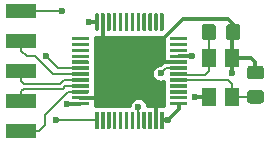
<source format=gtl>
G04 #@! TF.GenerationSoftware,KiCad,Pcbnew,5.1.5*
G04 #@! TF.CreationDate,2020-02-24T19:12:41+03:00*
G04 #@! TF.ProjectId,mod-lqfp48,6d6f642d-6c71-4667-9034-382e6b696361,rev?*
G04 #@! TF.SameCoordinates,PX1036640PYec82e0*
G04 #@! TF.FileFunction,Copper,L1,Top*
G04 #@! TF.FilePolarity,Positive*
%FSLAX46Y46*%
G04 Gerber Fmt 4.6, Leading zero omitted, Abs format (unit mm)*
G04 Created by KiCad (PCBNEW 5.1.5) date 2020-02-24 19:12:41*
%MOMM*%
%LPD*%
G04 APERTURE LIST*
%ADD10R,2.540000X1.270000*%
%ADD11C,0.150000*%
%ADD12R,1.300000X1.600000*%
%ADD13C,0.600000*%
%ADD14C,0.300000*%
%ADD15C,0.200000*%
%ADD16C,0.254000*%
G04 APERTURE END LIST*
D10*
X2356000Y-1340000D03*
X2356000Y-3880000D03*
X2356000Y-6420000D03*
X2356000Y-8960000D03*
X2356000Y-11500000D03*
G04 #@! TA.AperFunction,SMDPad,CuDef*
D11*
G36*
X16332351Y-9020361D02*
G01*
X16339632Y-9021441D01*
X16346771Y-9023229D01*
X16353701Y-9025709D01*
X16360355Y-9028856D01*
X16366668Y-9032640D01*
X16372579Y-9037024D01*
X16378033Y-9041967D01*
X16382976Y-9047421D01*
X16387360Y-9053332D01*
X16391144Y-9059645D01*
X16394291Y-9066299D01*
X16396771Y-9073229D01*
X16398559Y-9080368D01*
X16399639Y-9087649D01*
X16400000Y-9095000D01*
X16400000Y-9245000D01*
X16399639Y-9252351D01*
X16398559Y-9259632D01*
X16396771Y-9266771D01*
X16394291Y-9273701D01*
X16391144Y-9280355D01*
X16387360Y-9286668D01*
X16382976Y-9292579D01*
X16378033Y-9298033D01*
X16372579Y-9302976D01*
X16366668Y-9307360D01*
X16360355Y-9311144D01*
X16353701Y-9314291D01*
X16346771Y-9316771D01*
X16339632Y-9318559D01*
X16332351Y-9319639D01*
X16325000Y-9320000D01*
X15000000Y-9320000D01*
X14992649Y-9319639D01*
X14985368Y-9318559D01*
X14978229Y-9316771D01*
X14971299Y-9314291D01*
X14964645Y-9311144D01*
X14958332Y-9307360D01*
X14952421Y-9302976D01*
X14946967Y-9298033D01*
X14942024Y-9292579D01*
X14937640Y-9286668D01*
X14933856Y-9280355D01*
X14930709Y-9273701D01*
X14928229Y-9266771D01*
X14926441Y-9259632D01*
X14925361Y-9252351D01*
X14925000Y-9245000D01*
X14925000Y-9095000D01*
X14925361Y-9087649D01*
X14926441Y-9080368D01*
X14928229Y-9073229D01*
X14930709Y-9066299D01*
X14933856Y-9059645D01*
X14937640Y-9053332D01*
X14942024Y-9047421D01*
X14946967Y-9041967D01*
X14952421Y-9037024D01*
X14958332Y-9032640D01*
X14964645Y-9028856D01*
X14971299Y-9025709D01*
X14978229Y-9023229D01*
X14985368Y-9021441D01*
X14992649Y-9020361D01*
X15000000Y-9020000D01*
X16325000Y-9020000D01*
X16332351Y-9020361D01*
G37*
G04 #@! TD.AperFunction*
G04 #@! TA.AperFunction,SMDPad,CuDef*
G36*
X16332351Y-8520361D02*
G01*
X16339632Y-8521441D01*
X16346771Y-8523229D01*
X16353701Y-8525709D01*
X16360355Y-8528856D01*
X16366668Y-8532640D01*
X16372579Y-8537024D01*
X16378033Y-8541967D01*
X16382976Y-8547421D01*
X16387360Y-8553332D01*
X16391144Y-8559645D01*
X16394291Y-8566299D01*
X16396771Y-8573229D01*
X16398559Y-8580368D01*
X16399639Y-8587649D01*
X16400000Y-8595000D01*
X16400000Y-8745000D01*
X16399639Y-8752351D01*
X16398559Y-8759632D01*
X16396771Y-8766771D01*
X16394291Y-8773701D01*
X16391144Y-8780355D01*
X16387360Y-8786668D01*
X16382976Y-8792579D01*
X16378033Y-8798033D01*
X16372579Y-8802976D01*
X16366668Y-8807360D01*
X16360355Y-8811144D01*
X16353701Y-8814291D01*
X16346771Y-8816771D01*
X16339632Y-8818559D01*
X16332351Y-8819639D01*
X16325000Y-8820000D01*
X15000000Y-8820000D01*
X14992649Y-8819639D01*
X14985368Y-8818559D01*
X14978229Y-8816771D01*
X14971299Y-8814291D01*
X14964645Y-8811144D01*
X14958332Y-8807360D01*
X14952421Y-8802976D01*
X14946967Y-8798033D01*
X14942024Y-8792579D01*
X14937640Y-8786668D01*
X14933856Y-8780355D01*
X14930709Y-8773701D01*
X14928229Y-8766771D01*
X14926441Y-8759632D01*
X14925361Y-8752351D01*
X14925000Y-8745000D01*
X14925000Y-8595000D01*
X14925361Y-8587649D01*
X14926441Y-8580368D01*
X14928229Y-8573229D01*
X14930709Y-8566299D01*
X14933856Y-8559645D01*
X14937640Y-8553332D01*
X14942024Y-8547421D01*
X14946967Y-8541967D01*
X14952421Y-8537024D01*
X14958332Y-8532640D01*
X14964645Y-8528856D01*
X14971299Y-8525709D01*
X14978229Y-8523229D01*
X14985368Y-8521441D01*
X14992649Y-8520361D01*
X15000000Y-8520000D01*
X16325000Y-8520000D01*
X16332351Y-8520361D01*
G37*
G04 #@! TD.AperFunction*
G04 #@! TA.AperFunction,SMDPad,CuDef*
G36*
X16332351Y-8020361D02*
G01*
X16339632Y-8021441D01*
X16346771Y-8023229D01*
X16353701Y-8025709D01*
X16360355Y-8028856D01*
X16366668Y-8032640D01*
X16372579Y-8037024D01*
X16378033Y-8041967D01*
X16382976Y-8047421D01*
X16387360Y-8053332D01*
X16391144Y-8059645D01*
X16394291Y-8066299D01*
X16396771Y-8073229D01*
X16398559Y-8080368D01*
X16399639Y-8087649D01*
X16400000Y-8095000D01*
X16400000Y-8245000D01*
X16399639Y-8252351D01*
X16398559Y-8259632D01*
X16396771Y-8266771D01*
X16394291Y-8273701D01*
X16391144Y-8280355D01*
X16387360Y-8286668D01*
X16382976Y-8292579D01*
X16378033Y-8298033D01*
X16372579Y-8302976D01*
X16366668Y-8307360D01*
X16360355Y-8311144D01*
X16353701Y-8314291D01*
X16346771Y-8316771D01*
X16339632Y-8318559D01*
X16332351Y-8319639D01*
X16325000Y-8320000D01*
X15000000Y-8320000D01*
X14992649Y-8319639D01*
X14985368Y-8318559D01*
X14978229Y-8316771D01*
X14971299Y-8314291D01*
X14964645Y-8311144D01*
X14958332Y-8307360D01*
X14952421Y-8302976D01*
X14946967Y-8298033D01*
X14942024Y-8292579D01*
X14937640Y-8286668D01*
X14933856Y-8280355D01*
X14930709Y-8273701D01*
X14928229Y-8266771D01*
X14926441Y-8259632D01*
X14925361Y-8252351D01*
X14925000Y-8245000D01*
X14925000Y-8095000D01*
X14925361Y-8087649D01*
X14926441Y-8080368D01*
X14928229Y-8073229D01*
X14930709Y-8066299D01*
X14933856Y-8059645D01*
X14937640Y-8053332D01*
X14942024Y-8047421D01*
X14946967Y-8041967D01*
X14952421Y-8037024D01*
X14958332Y-8032640D01*
X14964645Y-8028856D01*
X14971299Y-8025709D01*
X14978229Y-8023229D01*
X14985368Y-8021441D01*
X14992649Y-8020361D01*
X15000000Y-8020000D01*
X16325000Y-8020000D01*
X16332351Y-8020361D01*
G37*
G04 #@! TD.AperFunction*
G04 #@! TA.AperFunction,SMDPad,CuDef*
G36*
X16332351Y-7520361D02*
G01*
X16339632Y-7521441D01*
X16346771Y-7523229D01*
X16353701Y-7525709D01*
X16360355Y-7528856D01*
X16366668Y-7532640D01*
X16372579Y-7537024D01*
X16378033Y-7541967D01*
X16382976Y-7547421D01*
X16387360Y-7553332D01*
X16391144Y-7559645D01*
X16394291Y-7566299D01*
X16396771Y-7573229D01*
X16398559Y-7580368D01*
X16399639Y-7587649D01*
X16400000Y-7595000D01*
X16400000Y-7745000D01*
X16399639Y-7752351D01*
X16398559Y-7759632D01*
X16396771Y-7766771D01*
X16394291Y-7773701D01*
X16391144Y-7780355D01*
X16387360Y-7786668D01*
X16382976Y-7792579D01*
X16378033Y-7798033D01*
X16372579Y-7802976D01*
X16366668Y-7807360D01*
X16360355Y-7811144D01*
X16353701Y-7814291D01*
X16346771Y-7816771D01*
X16339632Y-7818559D01*
X16332351Y-7819639D01*
X16325000Y-7820000D01*
X15000000Y-7820000D01*
X14992649Y-7819639D01*
X14985368Y-7818559D01*
X14978229Y-7816771D01*
X14971299Y-7814291D01*
X14964645Y-7811144D01*
X14958332Y-7807360D01*
X14952421Y-7802976D01*
X14946967Y-7798033D01*
X14942024Y-7792579D01*
X14937640Y-7786668D01*
X14933856Y-7780355D01*
X14930709Y-7773701D01*
X14928229Y-7766771D01*
X14926441Y-7759632D01*
X14925361Y-7752351D01*
X14925000Y-7745000D01*
X14925000Y-7595000D01*
X14925361Y-7587649D01*
X14926441Y-7580368D01*
X14928229Y-7573229D01*
X14930709Y-7566299D01*
X14933856Y-7559645D01*
X14937640Y-7553332D01*
X14942024Y-7547421D01*
X14946967Y-7541967D01*
X14952421Y-7537024D01*
X14958332Y-7532640D01*
X14964645Y-7528856D01*
X14971299Y-7525709D01*
X14978229Y-7523229D01*
X14985368Y-7521441D01*
X14992649Y-7520361D01*
X15000000Y-7520000D01*
X16325000Y-7520000D01*
X16332351Y-7520361D01*
G37*
G04 #@! TD.AperFunction*
G04 #@! TA.AperFunction,SMDPad,CuDef*
G36*
X16332351Y-7020361D02*
G01*
X16339632Y-7021441D01*
X16346771Y-7023229D01*
X16353701Y-7025709D01*
X16360355Y-7028856D01*
X16366668Y-7032640D01*
X16372579Y-7037024D01*
X16378033Y-7041967D01*
X16382976Y-7047421D01*
X16387360Y-7053332D01*
X16391144Y-7059645D01*
X16394291Y-7066299D01*
X16396771Y-7073229D01*
X16398559Y-7080368D01*
X16399639Y-7087649D01*
X16400000Y-7095000D01*
X16400000Y-7245000D01*
X16399639Y-7252351D01*
X16398559Y-7259632D01*
X16396771Y-7266771D01*
X16394291Y-7273701D01*
X16391144Y-7280355D01*
X16387360Y-7286668D01*
X16382976Y-7292579D01*
X16378033Y-7298033D01*
X16372579Y-7302976D01*
X16366668Y-7307360D01*
X16360355Y-7311144D01*
X16353701Y-7314291D01*
X16346771Y-7316771D01*
X16339632Y-7318559D01*
X16332351Y-7319639D01*
X16325000Y-7320000D01*
X15000000Y-7320000D01*
X14992649Y-7319639D01*
X14985368Y-7318559D01*
X14978229Y-7316771D01*
X14971299Y-7314291D01*
X14964645Y-7311144D01*
X14958332Y-7307360D01*
X14952421Y-7302976D01*
X14946967Y-7298033D01*
X14942024Y-7292579D01*
X14937640Y-7286668D01*
X14933856Y-7280355D01*
X14930709Y-7273701D01*
X14928229Y-7266771D01*
X14926441Y-7259632D01*
X14925361Y-7252351D01*
X14925000Y-7245000D01*
X14925000Y-7095000D01*
X14925361Y-7087649D01*
X14926441Y-7080368D01*
X14928229Y-7073229D01*
X14930709Y-7066299D01*
X14933856Y-7059645D01*
X14937640Y-7053332D01*
X14942024Y-7047421D01*
X14946967Y-7041967D01*
X14952421Y-7037024D01*
X14958332Y-7032640D01*
X14964645Y-7028856D01*
X14971299Y-7025709D01*
X14978229Y-7023229D01*
X14985368Y-7021441D01*
X14992649Y-7020361D01*
X15000000Y-7020000D01*
X16325000Y-7020000D01*
X16332351Y-7020361D01*
G37*
G04 #@! TD.AperFunction*
G04 #@! TA.AperFunction,SMDPad,CuDef*
G36*
X16332351Y-6520361D02*
G01*
X16339632Y-6521441D01*
X16346771Y-6523229D01*
X16353701Y-6525709D01*
X16360355Y-6528856D01*
X16366668Y-6532640D01*
X16372579Y-6537024D01*
X16378033Y-6541967D01*
X16382976Y-6547421D01*
X16387360Y-6553332D01*
X16391144Y-6559645D01*
X16394291Y-6566299D01*
X16396771Y-6573229D01*
X16398559Y-6580368D01*
X16399639Y-6587649D01*
X16400000Y-6595000D01*
X16400000Y-6745000D01*
X16399639Y-6752351D01*
X16398559Y-6759632D01*
X16396771Y-6766771D01*
X16394291Y-6773701D01*
X16391144Y-6780355D01*
X16387360Y-6786668D01*
X16382976Y-6792579D01*
X16378033Y-6798033D01*
X16372579Y-6802976D01*
X16366668Y-6807360D01*
X16360355Y-6811144D01*
X16353701Y-6814291D01*
X16346771Y-6816771D01*
X16339632Y-6818559D01*
X16332351Y-6819639D01*
X16325000Y-6820000D01*
X15000000Y-6820000D01*
X14992649Y-6819639D01*
X14985368Y-6818559D01*
X14978229Y-6816771D01*
X14971299Y-6814291D01*
X14964645Y-6811144D01*
X14958332Y-6807360D01*
X14952421Y-6802976D01*
X14946967Y-6798033D01*
X14942024Y-6792579D01*
X14937640Y-6786668D01*
X14933856Y-6780355D01*
X14930709Y-6773701D01*
X14928229Y-6766771D01*
X14926441Y-6759632D01*
X14925361Y-6752351D01*
X14925000Y-6745000D01*
X14925000Y-6595000D01*
X14925361Y-6587649D01*
X14926441Y-6580368D01*
X14928229Y-6573229D01*
X14930709Y-6566299D01*
X14933856Y-6559645D01*
X14937640Y-6553332D01*
X14942024Y-6547421D01*
X14946967Y-6541967D01*
X14952421Y-6537024D01*
X14958332Y-6532640D01*
X14964645Y-6528856D01*
X14971299Y-6525709D01*
X14978229Y-6523229D01*
X14985368Y-6521441D01*
X14992649Y-6520361D01*
X15000000Y-6520000D01*
X16325000Y-6520000D01*
X16332351Y-6520361D01*
G37*
G04 #@! TD.AperFunction*
G04 #@! TA.AperFunction,SMDPad,CuDef*
G36*
X16332351Y-6020361D02*
G01*
X16339632Y-6021441D01*
X16346771Y-6023229D01*
X16353701Y-6025709D01*
X16360355Y-6028856D01*
X16366668Y-6032640D01*
X16372579Y-6037024D01*
X16378033Y-6041967D01*
X16382976Y-6047421D01*
X16387360Y-6053332D01*
X16391144Y-6059645D01*
X16394291Y-6066299D01*
X16396771Y-6073229D01*
X16398559Y-6080368D01*
X16399639Y-6087649D01*
X16400000Y-6095000D01*
X16400000Y-6245000D01*
X16399639Y-6252351D01*
X16398559Y-6259632D01*
X16396771Y-6266771D01*
X16394291Y-6273701D01*
X16391144Y-6280355D01*
X16387360Y-6286668D01*
X16382976Y-6292579D01*
X16378033Y-6298033D01*
X16372579Y-6302976D01*
X16366668Y-6307360D01*
X16360355Y-6311144D01*
X16353701Y-6314291D01*
X16346771Y-6316771D01*
X16339632Y-6318559D01*
X16332351Y-6319639D01*
X16325000Y-6320000D01*
X15000000Y-6320000D01*
X14992649Y-6319639D01*
X14985368Y-6318559D01*
X14978229Y-6316771D01*
X14971299Y-6314291D01*
X14964645Y-6311144D01*
X14958332Y-6307360D01*
X14952421Y-6302976D01*
X14946967Y-6298033D01*
X14942024Y-6292579D01*
X14937640Y-6286668D01*
X14933856Y-6280355D01*
X14930709Y-6273701D01*
X14928229Y-6266771D01*
X14926441Y-6259632D01*
X14925361Y-6252351D01*
X14925000Y-6245000D01*
X14925000Y-6095000D01*
X14925361Y-6087649D01*
X14926441Y-6080368D01*
X14928229Y-6073229D01*
X14930709Y-6066299D01*
X14933856Y-6059645D01*
X14937640Y-6053332D01*
X14942024Y-6047421D01*
X14946967Y-6041967D01*
X14952421Y-6037024D01*
X14958332Y-6032640D01*
X14964645Y-6028856D01*
X14971299Y-6025709D01*
X14978229Y-6023229D01*
X14985368Y-6021441D01*
X14992649Y-6020361D01*
X15000000Y-6020000D01*
X16325000Y-6020000D01*
X16332351Y-6020361D01*
G37*
G04 #@! TD.AperFunction*
G04 #@! TA.AperFunction,SMDPad,CuDef*
G36*
X16332351Y-5520361D02*
G01*
X16339632Y-5521441D01*
X16346771Y-5523229D01*
X16353701Y-5525709D01*
X16360355Y-5528856D01*
X16366668Y-5532640D01*
X16372579Y-5537024D01*
X16378033Y-5541967D01*
X16382976Y-5547421D01*
X16387360Y-5553332D01*
X16391144Y-5559645D01*
X16394291Y-5566299D01*
X16396771Y-5573229D01*
X16398559Y-5580368D01*
X16399639Y-5587649D01*
X16400000Y-5595000D01*
X16400000Y-5745000D01*
X16399639Y-5752351D01*
X16398559Y-5759632D01*
X16396771Y-5766771D01*
X16394291Y-5773701D01*
X16391144Y-5780355D01*
X16387360Y-5786668D01*
X16382976Y-5792579D01*
X16378033Y-5798033D01*
X16372579Y-5802976D01*
X16366668Y-5807360D01*
X16360355Y-5811144D01*
X16353701Y-5814291D01*
X16346771Y-5816771D01*
X16339632Y-5818559D01*
X16332351Y-5819639D01*
X16325000Y-5820000D01*
X15000000Y-5820000D01*
X14992649Y-5819639D01*
X14985368Y-5818559D01*
X14978229Y-5816771D01*
X14971299Y-5814291D01*
X14964645Y-5811144D01*
X14958332Y-5807360D01*
X14952421Y-5802976D01*
X14946967Y-5798033D01*
X14942024Y-5792579D01*
X14937640Y-5786668D01*
X14933856Y-5780355D01*
X14930709Y-5773701D01*
X14928229Y-5766771D01*
X14926441Y-5759632D01*
X14925361Y-5752351D01*
X14925000Y-5745000D01*
X14925000Y-5595000D01*
X14925361Y-5587649D01*
X14926441Y-5580368D01*
X14928229Y-5573229D01*
X14930709Y-5566299D01*
X14933856Y-5559645D01*
X14937640Y-5553332D01*
X14942024Y-5547421D01*
X14946967Y-5541967D01*
X14952421Y-5537024D01*
X14958332Y-5532640D01*
X14964645Y-5528856D01*
X14971299Y-5525709D01*
X14978229Y-5523229D01*
X14985368Y-5521441D01*
X14992649Y-5520361D01*
X15000000Y-5520000D01*
X16325000Y-5520000D01*
X16332351Y-5520361D01*
G37*
G04 #@! TD.AperFunction*
G04 #@! TA.AperFunction,SMDPad,CuDef*
G36*
X16332351Y-5020361D02*
G01*
X16339632Y-5021441D01*
X16346771Y-5023229D01*
X16353701Y-5025709D01*
X16360355Y-5028856D01*
X16366668Y-5032640D01*
X16372579Y-5037024D01*
X16378033Y-5041967D01*
X16382976Y-5047421D01*
X16387360Y-5053332D01*
X16391144Y-5059645D01*
X16394291Y-5066299D01*
X16396771Y-5073229D01*
X16398559Y-5080368D01*
X16399639Y-5087649D01*
X16400000Y-5095000D01*
X16400000Y-5245000D01*
X16399639Y-5252351D01*
X16398559Y-5259632D01*
X16396771Y-5266771D01*
X16394291Y-5273701D01*
X16391144Y-5280355D01*
X16387360Y-5286668D01*
X16382976Y-5292579D01*
X16378033Y-5298033D01*
X16372579Y-5302976D01*
X16366668Y-5307360D01*
X16360355Y-5311144D01*
X16353701Y-5314291D01*
X16346771Y-5316771D01*
X16339632Y-5318559D01*
X16332351Y-5319639D01*
X16325000Y-5320000D01*
X15000000Y-5320000D01*
X14992649Y-5319639D01*
X14985368Y-5318559D01*
X14978229Y-5316771D01*
X14971299Y-5314291D01*
X14964645Y-5311144D01*
X14958332Y-5307360D01*
X14952421Y-5302976D01*
X14946967Y-5298033D01*
X14942024Y-5292579D01*
X14937640Y-5286668D01*
X14933856Y-5280355D01*
X14930709Y-5273701D01*
X14928229Y-5266771D01*
X14926441Y-5259632D01*
X14925361Y-5252351D01*
X14925000Y-5245000D01*
X14925000Y-5095000D01*
X14925361Y-5087649D01*
X14926441Y-5080368D01*
X14928229Y-5073229D01*
X14930709Y-5066299D01*
X14933856Y-5059645D01*
X14937640Y-5053332D01*
X14942024Y-5047421D01*
X14946967Y-5041967D01*
X14952421Y-5037024D01*
X14958332Y-5032640D01*
X14964645Y-5028856D01*
X14971299Y-5025709D01*
X14978229Y-5023229D01*
X14985368Y-5021441D01*
X14992649Y-5020361D01*
X15000000Y-5020000D01*
X16325000Y-5020000D01*
X16332351Y-5020361D01*
G37*
G04 #@! TD.AperFunction*
G04 #@! TA.AperFunction,SMDPad,CuDef*
G36*
X16332351Y-4520361D02*
G01*
X16339632Y-4521441D01*
X16346771Y-4523229D01*
X16353701Y-4525709D01*
X16360355Y-4528856D01*
X16366668Y-4532640D01*
X16372579Y-4537024D01*
X16378033Y-4541967D01*
X16382976Y-4547421D01*
X16387360Y-4553332D01*
X16391144Y-4559645D01*
X16394291Y-4566299D01*
X16396771Y-4573229D01*
X16398559Y-4580368D01*
X16399639Y-4587649D01*
X16400000Y-4595000D01*
X16400000Y-4745000D01*
X16399639Y-4752351D01*
X16398559Y-4759632D01*
X16396771Y-4766771D01*
X16394291Y-4773701D01*
X16391144Y-4780355D01*
X16387360Y-4786668D01*
X16382976Y-4792579D01*
X16378033Y-4798033D01*
X16372579Y-4802976D01*
X16366668Y-4807360D01*
X16360355Y-4811144D01*
X16353701Y-4814291D01*
X16346771Y-4816771D01*
X16339632Y-4818559D01*
X16332351Y-4819639D01*
X16325000Y-4820000D01*
X15000000Y-4820000D01*
X14992649Y-4819639D01*
X14985368Y-4818559D01*
X14978229Y-4816771D01*
X14971299Y-4814291D01*
X14964645Y-4811144D01*
X14958332Y-4807360D01*
X14952421Y-4802976D01*
X14946967Y-4798033D01*
X14942024Y-4792579D01*
X14937640Y-4786668D01*
X14933856Y-4780355D01*
X14930709Y-4773701D01*
X14928229Y-4766771D01*
X14926441Y-4759632D01*
X14925361Y-4752351D01*
X14925000Y-4745000D01*
X14925000Y-4595000D01*
X14925361Y-4587649D01*
X14926441Y-4580368D01*
X14928229Y-4573229D01*
X14930709Y-4566299D01*
X14933856Y-4559645D01*
X14937640Y-4553332D01*
X14942024Y-4547421D01*
X14946967Y-4541967D01*
X14952421Y-4537024D01*
X14958332Y-4532640D01*
X14964645Y-4528856D01*
X14971299Y-4525709D01*
X14978229Y-4523229D01*
X14985368Y-4521441D01*
X14992649Y-4520361D01*
X15000000Y-4520000D01*
X16325000Y-4520000D01*
X16332351Y-4520361D01*
G37*
G04 #@! TD.AperFunction*
G04 #@! TA.AperFunction,SMDPad,CuDef*
G36*
X16332351Y-4020361D02*
G01*
X16339632Y-4021441D01*
X16346771Y-4023229D01*
X16353701Y-4025709D01*
X16360355Y-4028856D01*
X16366668Y-4032640D01*
X16372579Y-4037024D01*
X16378033Y-4041967D01*
X16382976Y-4047421D01*
X16387360Y-4053332D01*
X16391144Y-4059645D01*
X16394291Y-4066299D01*
X16396771Y-4073229D01*
X16398559Y-4080368D01*
X16399639Y-4087649D01*
X16400000Y-4095000D01*
X16400000Y-4245000D01*
X16399639Y-4252351D01*
X16398559Y-4259632D01*
X16396771Y-4266771D01*
X16394291Y-4273701D01*
X16391144Y-4280355D01*
X16387360Y-4286668D01*
X16382976Y-4292579D01*
X16378033Y-4298033D01*
X16372579Y-4302976D01*
X16366668Y-4307360D01*
X16360355Y-4311144D01*
X16353701Y-4314291D01*
X16346771Y-4316771D01*
X16339632Y-4318559D01*
X16332351Y-4319639D01*
X16325000Y-4320000D01*
X15000000Y-4320000D01*
X14992649Y-4319639D01*
X14985368Y-4318559D01*
X14978229Y-4316771D01*
X14971299Y-4314291D01*
X14964645Y-4311144D01*
X14958332Y-4307360D01*
X14952421Y-4302976D01*
X14946967Y-4298033D01*
X14942024Y-4292579D01*
X14937640Y-4286668D01*
X14933856Y-4280355D01*
X14930709Y-4273701D01*
X14928229Y-4266771D01*
X14926441Y-4259632D01*
X14925361Y-4252351D01*
X14925000Y-4245000D01*
X14925000Y-4095000D01*
X14925361Y-4087649D01*
X14926441Y-4080368D01*
X14928229Y-4073229D01*
X14930709Y-4066299D01*
X14933856Y-4059645D01*
X14937640Y-4053332D01*
X14942024Y-4047421D01*
X14946967Y-4041967D01*
X14952421Y-4037024D01*
X14958332Y-4032640D01*
X14964645Y-4028856D01*
X14971299Y-4025709D01*
X14978229Y-4023229D01*
X14985368Y-4021441D01*
X14992649Y-4020361D01*
X15000000Y-4020000D01*
X16325000Y-4020000D01*
X16332351Y-4020361D01*
G37*
G04 #@! TD.AperFunction*
G04 #@! TA.AperFunction,SMDPad,CuDef*
G36*
X16332351Y-3520361D02*
G01*
X16339632Y-3521441D01*
X16346771Y-3523229D01*
X16353701Y-3525709D01*
X16360355Y-3528856D01*
X16366668Y-3532640D01*
X16372579Y-3537024D01*
X16378033Y-3541967D01*
X16382976Y-3547421D01*
X16387360Y-3553332D01*
X16391144Y-3559645D01*
X16394291Y-3566299D01*
X16396771Y-3573229D01*
X16398559Y-3580368D01*
X16399639Y-3587649D01*
X16400000Y-3595000D01*
X16400000Y-3745000D01*
X16399639Y-3752351D01*
X16398559Y-3759632D01*
X16396771Y-3766771D01*
X16394291Y-3773701D01*
X16391144Y-3780355D01*
X16387360Y-3786668D01*
X16382976Y-3792579D01*
X16378033Y-3798033D01*
X16372579Y-3802976D01*
X16366668Y-3807360D01*
X16360355Y-3811144D01*
X16353701Y-3814291D01*
X16346771Y-3816771D01*
X16339632Y-3818559D01*
X16332351Y-3819639D01*
X16325000Y-3820000D01*
X15000000Y-3820000D01*
X14992649Y-3819639D01*
X14985368Y-3818559D01*
X14978229Y-3816771D01*
X14971299Y-3814291D01*
X14964645Y-3811144D01*
X14958332Y-3807360D01*
X14952421Y-3802976D01*
X14946967Y-3798033D01*
X14942024Y-3792579D01*
X14937640Y-3786668D01*
X14933856Y-3780355D01*
X14930709Y-3773701D01*
X14928229Y-3766771D01*
X14926441Y-3759632D01*
X14925361Y-3752351D01*
X14925000Y-3745000D01*
X14925000Y-3595000D01*
X14925361Y-3587649D01*
X14926441Y-3580368D01*
X14928229Y-3573229D01*
X14930709Y-3566299D01*
X14933856Y-3559645D01*
X14937640Y-3553332D01*
X14942024Y-3547421D01*
X14946967Y-3541967D01*
X14952421Y-3537024D01*
X14958332Y-3532640D01*
X14964645Y-3528856D01*
X14971299Y-3525709D01*
X14978229Y-3523229D01*
X14985368Y-3521441D01*
X14992649Y-3520361D01*
X15000000Y-3520000D01*
X16325000Y-3520000D01*
X16332351Y-3520361D01*
G37*
G04 #@! TD.AperFunction*
G04 #@! TA.AperFunction,SMDPad,CuDef*
G36*
X14332351Y-1520361D02*
G01*
X14339632Y-1521441D01*
X14346771Y-1523229D01*
X14353701Y-1525709D01*
X14360355Y-1528856D01*
X14366668Y-1532640D01*
X14372579Y-1537024D01*
X14378033Y-1541967D01*
X14382976Y-1547421D01*
X14387360Y-1553332D01*
X14391144Y-1559645D01*
X14394291Y-1566299D01*
X14396771Y-1573229D01*
X14398559Y-1580368D01*
X14399639Y-1587649D01*
X14400000Y-1595000D01*
X14400000Y-2920000D01*
X14399639Y-2927351D01*
X14398559Y-2934632D01*
X14396771Y-2941771D01*
X14394291Y-2948701D01*
X14391144Y-2955355D01*
X14387360Y-2961668D01*
X14382976Y-2967579D01*
X14378033Y-2973033D01*
X14372579Y-2977976D01*
X14366668Y-2982360D01*
X14360355Y-2986144D01*
X14353701Y-2989291D01*
X14346771Y-2991771D01*
X14339632Y-2993559D01*
X14332351Y-2994639D01*
X14325000Y-2995000D01*
X14175000Y-2995000D01*
X14167649Y-2994639D01*
X14160368Y-2993559D01*
X14153229Y-2991771D01*
X14146299Y-2989291D01*
X14139645Y-2986144D01*
X14133332Y-2982360D01*
X14127421Y-2977976D01*
X14121967Y-2973033D01*
X14117024Y-2967579D01*
X14112640Y-2961668D01*
X14108856Y-2955355D01*
X14105709Y-2948701D01*
X14103229Y-2941771D01*
X14101441Y-2934632D01*
X14100361Y-2927351D01*
X14100000Y-2920000D01*
X14100000Y-1595000D01*
X14100361Y-1587649D01*
X14101441Y-1580368D01*
X14103229Y-1573229D01*
X14105709Y-1566299D01*
X14108856Y-1559645D01*
X14112640Y-1553332D01*
X14117024Y-1547421D01*
X14121967Y-1541967D01*
X14127421Y-1537024D01*
X14133332Y-1532640D01*
X14139645Y-1528856D01*
X14146299Y-1525709D01*
X14153229Y-1523229D01*
X14160368Y-1521441D01*
X14167649Y-1520361D01*
X14175000Y-1520000D01*
X14325000Y-1520000D01*
X14332351Y-1520361D01*
G37*
G04 #@! TD.AperFunction*
G04 #@! TA.AperFunction,SMDPad,CuDef*
G36*
X13832351Y-1520361D02*
G01*
X13839632Y-1521441D01*
X13846771Y-1523229D01*
X13853701Y-1525709D01*
X13860355Y-1528856D01*
X13866668Y-1532640D01*
X13872579Y-1537024D01*
X13878033Y-1541967D01*
X13882976Y-1547421D01*
X13887360Y-1553332D01*
X13891144Y-1559645D01*
X13894291Y-1566299D01*
X13896771Y-1573229D01*
X13898559Y-1580368D01*
X13899639Y-1587649D01*
X13900000Y-1595000D01*
X13900000Y-2920000D01*
X13899639Y-2927351D01*
X13898559Y-2934632D01*
X13896771Y-2941771D01*
X13894291Y-2948701D01*
X13891144Y-2955355D01*
X13887360Y-2961668D01*
X13882976Y-2967579D01*
X13878033Y-2973033D01*
X13872579Y-2977976D01*
X13866668Y-2982360D01*
X13860355Y-2986144D01*
X13853701Y-2989291D01*
X13846771Y-2991771D01*
X13839632Y-2993559D01*
X13832351Y-2994639D01*
X13825000Y-2995000D01*
X13675000Y-2995000D01*
X13667649Y-2994639D01*
X13660368Y-2993559D01*
X13653229Y-2991771D01*
X13646299Y-2989291D01*
X13639645Y-2986144D01*
X13633332Y-2982360D01*
X13627421Y-2977976D01*
X13621967Y-2973033D01*
X13617024Y-2967579D01*
X13612640Y-2961668D01*
X13608856Y-2955355D01*
X13605709Y-2948701D01*
X13603229Y-2941771D01*
X13601441Y-2934632D01*
X13600361Y-2927351D01*
X13600000Y-2920000D01*
X13600000Y-1595000D01*
X13600361Y-1587649D01*
X13601441Y-1580368D01*
X13603229Y-1573229D01*
X13605709Y-1566299D01*
X13608856Y-1559645D01*
X13612640Y-1553332D01*
X13617024Y-1547421D01*
X13621967Y-1541967D01*
X13627421Y-1537024D01*
X13633332Y-1532640D01*
X13639645Y-1528856D01*
X13646299Y-1525709D01*
X13653229Y-1523229D01*
X13660368Y-1521441D01*
X13667649Y-1520361D01*
X13675000Y-1520000D01*
X13825000Y-1520000D01*
X13832351Y-1520361D01*
G37*
G04 #@! TD.AperFunction*
G04 #@! TA.AperFunction,SMDPad,CuDef*
G36*
X13332351Y-1520361D02*
G01*
X13339632Y-1521441D01*
X13346771Y-1523229D01*
X13353701Y-1525709D01*
X13360355Y-1528856D01*
X13366668Y-1532640D01*
X13372579Y-1537024D01*
X13378033Y-1541967D01*
X13382976Y-1547421D01*
X13387360Y-1553332D01*
X13391144Y-1559645D01*
X13394291Y-1566299D01*
X13396771Y-1573229D01*
X13398559Y-1580368D01*
X13399639Y-1587649D01*
X13400000Y-1595000D01*
X13400000Y-2920000D01*
X13399639Y-2927351D01*
X13398559Y-2934632D01*
X13396771Y-2941771D01*
X13394291Y-2948701D01*
X13391144Y-2955355D01*
X13387360Y-2961668D01*
X13382976Y-2967579D01*
X13378033Y-2973033D01*
X13372579Y-2977976D01*
X13366668Y-2982360D01*
X13360355Y-2986144D01*
X13353701Y-2989291D01*
X13346771Y-2991771D01*
X13339632Y-2993559D01*
X13332351Y-2994639D01*
X13325000Y-2995000D01*
X13175000Y-2995000D01*
X13167649Y-2994639D01*
X13160368Y-2993559D01*
X13153229Y-2991771D01*
X13146299Y-2989291D01*
X13139645Y-2986144D01*
X13133332Y-2982360D01*
X13127421Y-2977976D01*
X13121967Y-2973033D01*
X13117024Y-2967579D01*
X13112640Y-2961668D01*
X13108856Y-2955355D01*
X13105709Y-2948701D01*
X13103229Y-2941771D01*
X13101441Y-2934632D01*
X13100361Y-2927351D01*
X13100000Y-2920000D01*
X13100000Y-1595000D01*
X13100361Y-1587649D01*
X13101441Y-1580368D01*
X13103229Y-1573229D01*
X13105709Y-1566299D01*
X13108856Y-1559645D01*
X13112640Y-1553332D01*
X13117024Y-1547421D01*
X13121967Y-1541967D01*
X13127421Y-1537024D01*
X13133332Y-1532640D01*
X13139645Y-1528856D01*
X13146299Y-1525709D01*
X13153229Y-1523229D01*
X13160368Y-1521441D01*
X13167649Y-1520361D01*
X13175000Y-1520000D01*
X13325000Y-1520000D01*
X13332351Y-1520361D01*
G37*
G04 #@! TD.AperFunction*
G04 #@! TA.AperFunction,SMDPad,CuDef*
G36*
X12832351Y-1520361D02*
G01*
X12839632Y-1521441D01*
X12846771Y-1523229D01*
X12853701Y-1525709D01*
X12860355Y-1528856D01*
X12866668Y-1532640D01*
X12872579Y-1537024D01*
X12878033Y-1541967D01*
X12882976Y-1547421D01*
X12887360Y-1553332D01*
X12891144Y-1559645D01*
X12894291Y-1566299D01*
X12896771Y-1573229D01*
X12898559Y-1580368D01*
X12899639Y-1587649D01*
X12900000Y-1595000D01*
X12900000Y-2920000D01*
X12899639Y-2927351D01*
X12898559Y-2934632D01*
X12896771Y-2941771D01*
X12894291Y-2948701D01*
X12891144Y-2955355D01*
X12887360Y-2961668D01*
X12882976Y-2967579D01*
X12878033Y-2973033D01*
X12872579Y-2977976D01*
X12866668Y-2982360D01*
X12860355Y-2986144D01*
X12853701Y-2989291D01*
X12846771Y-2991771D01*
X12839632Y-2993559D01*
X12832351Y-2994639D01*
X12825000Y-2995000D01*
X12675000Y-2995000D01*
X12667649Y-2994639D01*
X12660368Y-2993559D01*
X12653229Y-2991771D01*
X12646299Y-2989291D01*
X12639645Y-2986144D01*
X12633332Y-2982360D01*
X12627421Y-2977976D01*
X12621967Y-2973033D01*
X12617024Y-2967579D01*
X12612640Y-2961668D01*
X12608856Y-2955355D01*
X12605709Y-2948701D01*
X12603229Y-2941771D01*
X12601441Y-2934632D01*
X12600361Y-2927351D01*
X12600000Y-2920000D01*
X12600000Y-1595000D01*
X12600361Y-1587649D01*
X12601441Y-1580368D01*
X12603229Y-1573229D01*
X12605709Y-1566299D01*
X12608856Y-1559645D01*
X12612640Y-1553332D01*
X12617024Y-1547421D01*
X12621967Y-1541967D01*
X12627421Y-1537024D01*
X12633332Y-1532640D01*
X12639645Y-1528856D01*
X12646299Y-1525709D01*
X12653229Y-1523229D01*
X12660368Y-1521441D01*
X12667649Y-1520361D01*
X12675000Y-1520000D01*
X12825000Y-1520000D01*
X12832351Y-1520361D01*
G37*
G04 #@! TD.AperFunction*
G04 #@! TA.AperFunction,SMDPad,CuDef*
G36*
X12332351Y-1520361D02*
G01*
X12339632Y-1521441D01*
X12346771Y-1523229D01*
X12353701Y-1525709D01*
X12360355Y-1528856D01*
X12366668Y-1532640D01*
X12372579Y-1537024D01*
X12378033Y-1541967D01*
X12382976Y-1547421D01*
X12387360Y-1553332D01*
X12391144Y-1559645D01*
X12394291Y-1566299D01*
X12396771Y-1573229D01*
X12398559Y-1580368D01*
X12399639Y-1587649D01*
X12400000Y-1595000D01*
X12400000Y-2920000D01*
X12399639Y-2927351D01*
X12398559Y-2934632D01*
X12396771Y-2941771D01*
X12394291Y-2948701D01*
X12391144Y-2955355D01*
X12387360Y-2961668D01*
X12382976Y-2967579D01*
X12378033Y-2973033D01*
X12372579Y-2977976D01*
X12366668Y-2982360D01*
X12360355Y-2986144D01*
X12353701Y-2989291D01*
X12346771Y-2991771D01*
X12339632Y-2993559D01*
X12332351Y-2994639D01*
X12325000Y-2995000D01*
X12175000Y-2995000D01*
X12167649Y-2994639D01*
X12160368Y-2993559D01*
X12153229Y-2991771D01*
X12146299Y-2989291D01*
X12139645Y-2986144D01*
X12133332Y-2982360D01*
X12127421Y-2977976D01*
X12121967Y-2973033D01*
X12117024Y-2967579D01*
X12112640Y-2961668D01*
X12108856Y-2955355D01*
X12105709Y-2948701D01*
X12103229Y-2941771D01*
X12101441Y-2934632D01*
X12100361Y-2927351D01*
X12100000Y-2920000D01*
X12100000Y-1595000D01*
X12100361Y-1587649D01*
X12101441Y-1580368D01*
X12103229Y-1573229D01*
X12105709Y-1566299D01*
X12108856Y-1559645D01*
X12112640Y-1553332D01*
X12117024Y-1547421D01*
X12121967Y-1541967D01*
X12127421Y-1537024D01*
X12133332Y-1532640D01*
X12139645Y-1528856D01*
X12146299Y-1525709D01*
X12153229Y-1523229D01*
X12160368Y-1521441D01*
X12167649Y-1520361D01*
X12175000Y-1520000D01*
X12325000Y-1520000D01*
X12332351Y-1520361D01*
G37*
G04 #@! TD.AperFunction*
G04 #@! TA.AperFunction,SMDPad,CuDef*
G36*
X11832351Y-1520361D02*
G01*
X11839632Y-1521441D01*
X11846771Y-1523229D01*
X11853701Y-1525709D01*
X11860355Y-1528856D01*
X11866668Y-1532640D01*
X11872579Y-1537024D01*
X11878033Y-1541967D01*
X11882976Y-1547421D01*
X11887360Y-1553332D01*
X11891144Y-1559645D01*
X11894291Y-1566299D01*
X11896771Y-1573229D01*
X11898559Y-1580368D01*
X11899639Y-1587649D01*
X11900000Y-1595000D01*
X11900000Y-2920000D01*
X11899639Y-2927351D01*
X11898559Y-2934632D01*
X11896771Y-2941771D01*
X11894291Y-2948701D01*
X11891144Y-2955355D01*
X11887360Y-2961668D01*
X11882976Y-2967579D01*
X11878033Y-2973033D01*
X11872579Y-2977976D01*
X11866668Y-2982360D01*
X11860355Y-2986144D01*
X11853701Y-2989291D01*
X11846771Y-2991771D01*
X11839632Y-2993559D01*
X11832351Y-2994639D01*
X11825000Y-2995000D01*
X11675000Y-2995000D01*
X11667649Y-2994639D01*
X11660368Y-2993559D01*
X11653229Y-2991771D01*
X11646299Y-2989291D01*
X11639645Y-2986144D01*
X11633332Y-2982360D01*
X11627421Y-2977976D01*
X11621967Y-2973033D01*
X11617024Y-2967579D01*
X11612640Y-2961668D01*
X11608856Y-2955355D01*
X11605709Y-2948701D01*
X11603229Y-2941771D01*
X11601441Y-2934632D01*
X11600361Y-2927351D01*
X11600000Y-2920000D01*
X11600000Y-1595000D01*
X11600361Y-1587649D01*
X11601441Y-1580368D01*
X11603229Y-1573229D01*
X11605709Y-1566299D01*
X11608856Y-1559645D01*
X11612640Y-1553332D01*
X11617024Y-1547421D01*
X11621967Y-1541967D01*
X11627421Y-1537024D01*
X11633332Y-1532640D01*
X11639645Y-1528856D01*
X11646299Y-1525709D01*
X11653229Y-1523229D01*
X11660368Y-1521441D01*
X11667649Y-1520361D01*
X11675000Y-1520000D01*
X11825000Y-1520000D01*
X11832351Y-1520361D01*
G37*
G04 #@! TD.AperFunction*
G04 #@! TA.AperFunction,SMDPad,CuDef*
G36*
X11332351Y-1520361D02*
G01*
X11339632Y-1521441D01*
X11346771Y-1523229D01*
X11353701Y-1525709D01*
X11360355Y-1528856D01*
X11366668Y-1532640D01*
X11372579Y-1537024D01*
X11378033Y-1541967D01*
X11382976Y-1547421D01*
X11387360Y-1553332D01*
X11391144Y-1559645D01*
X11394291Y-1566299D01*
X11396771Y-1573229D01*
X11398559Y-1580368D01*
X11399639Y-1587649D01*
X11400000Y-1595000D01*
X11400000Y-2920000D01*
X11399639Y-2927351D01*
X11398559Y-2934632D01*
X11396771Y-2941771D01*
X11394291Y-2948701D01*
X11391144Y-2955355D01*
X11387360Y-2961668D01*
X11382976Y-2967579D01*
X11378033Y-2973033D01*
X11372579Y-2977976D01*
X11366668Y-2982360D01*
X11360355Y-2986144D01*
X11353701Y-2989291D01*
X11346771Y-2991771D01*
X11339632Y-2993559D01*
X11332351Y-2994639D01*
X11325000Y-2995000D01*
X11175000Y-2995000D01*
X11167649Y-2994639D01*
X11160368Y-2993559D01*
X11153229Y-2991771D01*
X11146299Y-2989291D01*
X11139645Y-2986144D01*
X11133332Y-2982360D01*
X11127421Y-2977976D01*
X11121967Y-2973033D01*
X11117024Y-2967579D01*
X11112640Y-2961668D01*
X11108856Y-2955355D01*
X11105709Y-2948701D01*
X11103229Y-2941771D01*
X11101441Y-2934632D01*
X11100361Y-2927351D01*
X11100000Y-2920000D01*
X11100000Y-1595000D01*
X11100361Y-1587649D01*
X11101441Y-1580368D01*
X11103229Y-1573229D01*
X11105709Y-1566299D01*
X11108856Y-1559645D01*
X11112640Y-1553332D01*
X11117024Y-1547421D01*
X11121967Y-1541967D01*
X11127421Y-1537024D01*
X11133332Y-1532640D01*
X11139645Y-1528856D01*
X11146299Y-1525709D01*
X11153229Y-1523229D01*
X11160368Y-1521441D01*
X11167649Y-1520361D01*
X11175000Y-1520000D01*
X11325000Y-1520000D01*
X11332351Y-1520361D01*
G37*
G04 #@! TD.AperFunction*
G04 #@! TA.AperFunction,SMDPad,CuDef*
G36*
X10832351Y-1520361D02*
G01*
X10839632Y-1521441D01*
X10846771Y-1523229D01*
X10853701Y-1525709D01*
X10860355Y-1528856D01*
X10866668Y-1532640D01*
X10872579Y-1537024D01*
X10878033Y-1541967D01*
X10882976Y-1547421D01*
X10887360Y-1553332D01*
X10891144Y-1559645D01*
X10894291Y-1566299D01*
X10896771Y-1573229D01*
X10898559Y-1580368D01*
X10899639Y-1587649D01*
X10900000Y-1595000D01*
X10900000Y-2920000D01*
X10899639Y-2927351D01*
X10898559Y-2934632D01*
X10896771Y-2941771D01*
X10894291Y-2948701D01*
X10891144Y-2955355D01*
X10887360Y-2961668D01*
X10882976Y-2967579D01*
X10878033Y-2973033D01*
X10872579Y-2977976D01*
X10866668Y-2982360D01*
X10860355Y-2986144D01*
X10853701Y-2989291D01*
X10846771Y-2991771D01*
X10839632Y-2993559D01*
X10832351Y-2994639D01*
X10825000Y-2995000D01*
X10675000Y-2995000D01*
X10667649Y-2994639D01*
X10660368Y-2993559D01*
X10653229Y-2991771D01*
X10646299Y-2989291D01*
X10639645Y-2986144D01*
X10633332Y-2982360D01*
X10627421Y-2977976D01*
X10621967Y-2973033D01*
X10617024Y-2967579D01*
X10612640Y-2961668D01*
X10608856Y-2955355D01*
X10605709Y-2948701D01*
X10603229Y-2941771D01*
X10601441Y-2934632D01*
X10600361Y-2927351D01*
X10600000Y-2920000D01*
X10600000Y-1595000D01*
X10600361Y-1587649D01*
X10601441Y-1580368D01*
X10603229Y-1573229D01*
X10605709Y-1566299D01*
X10608856Y-1559645D01*
X10612640Y-1553332D01*
X10617024Y-1547421D01*
X10621967Y-1541967D01*
X10627421Y-1537024D01*
X10633332Y-1532640D01*
X10639645Y-1528856D01*
X10646299Y-1525709D01*
X10653229Y-1523229D01*
X10660368Y-1521441D01*
X10667649Y-1520361D01*
X10675000Y-1520000D01*
X10825000Y-1520000D01*
X10832351Y-1520361D01*
G37*
G04 #@! TD.AperFunction*
G04 #@! TA.AperFunction,SMDPad,CuDef*
G36*
X10332351Y-1520361D02*
G01*
X10339632Y-1521441D01*
X10346771Y-1523229D01*
X10353701Y-1525709D01*
X10360355Y-1528856D01*
X10366668Y-1532640D01*
X10372579Y-1537024D01*
X10378033Y-1541967D01*
X10382976Y-1547421D01*
X10387360Y-1553332D01*
X10391144Y-1559645D01*
X10394291Y-1566299D01*
X10396771Y-1573229D01*
X10398559Y-1580368D01*
X10399639Y-1587649D01*
X10400000Y-1595000D01*
X10400000Y-2920000D01*
X10399639Y-2927351D01*
X10398559Y-2934632D01*
X10396771Y-2941771D01*
X10394291Y-2948701D01*
X10391144Y-2955355D01*
X10387360Y-2961668D01*
X10382976Y-2967579D01*
X10378033Y-2973033D01*
X10372579Y-2977976D01*
X10366668Y-2982360D01*
X10360355Y-2986144D01*
X10353701Y-2989291D01*
X10346771Y-2991771D01*
X10339632Y-2993559D01*
X10332351Y-2994639D01*
X10325000Y-2995000D01*
X10175000Y-2995000D01*
X10167649Y-2994639D01*
X10160368Y-2993559D01*
X10153229Y-2991771D01*
X10146299Y-2989291D01*
X10139645Y-2986144D01*
X10133332Y-2982360D01*
X10127421Y-2977976D01*
X10121967Y-2973033D01*
X10117024Y-2967579D01*
X10112640Y-2961668D01*
X10108856Y-2955355D01*
X10105709Y-2948701D01*
X10103229Y-2941771D01*
X10101441Y-2934632D01*
X10100361Y-2927351D01*
X10100000Y-2920000D01*
X10100000Y-1595000D01*
X10100361Y-1587649D01*
X10101441Y-1580368D01*
X10103229Y-1573229D01*
X10105709Y-1566299D01*
X10108856Y-1559645D01*
X10112640Y-1553332D01*
X10117024Y-1547421D01*
X10121967Y-1541967D01*
X10127421Y-1537024D01*
X10133332Y-1532640D01*
X10139645Y-1528856D01*
X10146299Y-1525709D01*
X10153229Y-1523229D01*
X10160368Y-1521441D01*
X10167649Y-1520361D01*
X10175000Y-1520000D01*
X10325000Y-1520000D01*
X10332351Y-1520361D01*
G37*
G04 #@! TD.AperFunction*
G04 #@! TA.AperFunction,SMDPad,CuDef*
G36*
X9832351Y-1520361D02*
G01*
X9839632Y-1521441D01*
X9846771Y-1523229D01*
X9853701Y-1525709D01*
X9860355Y-1528856D01*
X9866668Y-1532640D01*
X9872579Y-1537024D01*
X9878033Y-1541967D01*
X9882976Y-1547421D01*
X9887360Y-1553332D01*
X9891144Y-1559645D01*
X9894291Y-1566299D01*
X9896771Y-1573229D01*
X9898559Y-1580368D01*
X9899639Y-1587649D01*
X9900000Y-1595000D01*
X9900000Y-2920000D01*
X9899639Y-2927351D01*
X9898559Y-2934632D01*
X9896771Y-2941771D01*
X9894291Y-2948701D01*
X9891144Y-2955355D01*
X9887360Y-2961668D01*
X9882976Y-2967579D01*
X9878033Y-2973033D01*
X9872579Y-2977976D01*
X9866668Y-2982360D01*
X9860355Y-2986144D01*
X9853701Y-2989291D01*
X9846771Y-2991771D01*
X9839632Y-2993559D01*
X9832351Y-2994639D01*
X9825000Y-2995000D01*
X9675000Y-2995000D01*
X9667649Y-2994639D01*
X9660368Y-2993559D01*
X9653229Y-2991771D01*
X9646299Y-2989291D01*
X9639645Y-2986144D01*
X9633332Y-2982360D01*
X9627421Y-2977976D01*
X9621967Y-2973033D01*
X9617024Y-2967579D01*
X9612640Y-2961668D01*
X9608856Y-2955355D01*
X9605709Y-2948701D01*
X9603229Y-2941771D01*
X9601441Y-2934632D01*
X9600361Y-2927351D01*
X9600000Y-2920000D01*
X9600000Y-1595000D01*
X9600361Y-1587649D01*
X9601441Y-1580368D01*
X9603229Y-1573229D01*
X9605709Y-1566299D01*
X9608856Y-1559645D01*
X9612640Y-1553332D01*
X9617024Y-1547421D01*
X9621967Y-1541967D01*
X9627421Y-1537024D01*
X9633332Y-1532640D01*
X9639645Y-1528856D01*
X9646299Y-1525709D01*
X9653229Y-1523229D01*
X9660368Y-1521441D01*
X9667649Y-1520361D01*
X9675000Y-1520000D01*
X9825000Y-1520000D01*
X9832351Y-1520361D01*
G37*
G04 #@! TD.AperFunction*
G04 #@! TA.AperFunction,SMDPad,CuDef*
G36*
X9332351Y-1520361D02*
G01*
X9339632Y-1521441D01*
X9346771Y-1523229D01*
X9353701Y-1525709D01*
X9360355Y-1528856D01*
X9366668Y-1532640D01*
X9372579Y-1537024D01*
X9378033Y-1541967D01*
X9382976Y-1547421D01*
X9387360Y-1553332D01*
X9391144Y-1559645D01*
X9394291Y-1566299D01*
X9396771Y-1573229D01*
X9398559Y-1580368D01*
X9399639Y-1587649D01*
X9400000Y-1595000D01*
X9400000Y-2920000D01*
X9399639Y-2927351D01*
X9398559Y-2934632D01*
X9396771Y-2941771D01*
X9394291Y-2948701D01*
X9391144Y-2955355D01*
X9387360Y-2961668D01*
X9382976Y-2967579D01*
X9378033Y-2973033D01*
X9372579Y-2977976D01*
X9366668Y-2982360D01*
X9360355Y-2986144D01*
X9353701Y-2989291D01*
X9346771Y-2991771D01*
X9339632Y-2993559D01*
X9332351Y-2994639D01*
X9325000Y-2995000D01*
X9175000Y-2995000D01*
X9167649Y-2994639D01*
X9160368Y-2993559D01*
X9153229Y-2991771D01*
X9146299Y-2989291D01*
X9139645Y-2986144D01*
X9133332Y-2982360D01*
X9127421Y-2977976D01*
X9121967Y-2973033D01*
X9117024Y-2967579D01*
X9112640Y-2961668D01*
X9108856Y-2955355D01*
X9105709Y-2948701D01*
X9103229Y-2941771D01*
X9101441Y-2934632D01*
X9100361Y-2927351D01*
X9100000Y-2920000D01*
X9100000Y-1595000D01*
X9100361Y-1587649D01*
X9101441Y-1580368D01*
X9103229Y-1573229D01*
X9105709Y-1566299D01*
X9108856Y-1559645D01*
X9112640Y-1553332D01*
X9117024Y-1547421D01*
X9121967Y-1541967D01*
X9127421Y-1537024D01*
X9133332Y-1532640D01*
X9139645Y-1528856D01*
X9146299Y-1525709D01*
X9153229Y-1523229D01*
X9160368Y-1521441D01*
X9167649Y-1520361D01*
X9175000Y-1520000D01*
X9325000Y-1520000D01*
X9332351Y-1520361D01*
G37*
G04 #@! TD.AperFunction*
G04 #@! TA.AperFunction,SMDPad,CuDef*
G36*
X8832351Y-1520361D02*
G01*
X8839632Y-1521441D01*
X8846771Y-1523229D01*
X8853701Y-1525709D01*
X8860355Y-1528856D01*
X8866668Y-1532640D01*
X8872579Y-1537024D01*
X8878033Y-1541967D01*
X8882976Y-1547421D01*
X8887360Y-1553332D01*
X8891144Y-1559645D01*
X8894291Y-1566299D01*
X8896771Y-1573229D01*
X8898559Y-1580368D01*
X8899639Y-1587649D01*
X8900000Y-1595000D01*
X8900000Y-2920000D01*
X8899639Y-2927351D01*
X8898559Y-2934632D01*
X8896771Y-2941771D01*
X8894291Y-2948701D01*
X8891144Y-2955355D01*
X8887360Y-2961668D01*
X8882976Y-2967579D01*
X8878033Y-2973033D01*
X8872579Y-2977976D01*
X8866668Y-2982360D01*
X8860355Y-2986144D01*
X8853701Y-2989291D01*
X8846771Y-2991771D01*
X8839632Y-2993559D01*
X8832351Y-2994639D01*
X8825000Y-2995000D01*
X8675000Y-2995000D01*
X8667649Y-2994639D01*
X8660368Y-2993559D01*
X8653229Y-2991771D01*
X8646299Y-2989291D01*
X8639645Y-2986144D01*
X8633332Y-2982360D01*
X8627421Y-2977976D01*
X8621967Y-2973033D01*
X8617024Y-2967579D01*
X8612640Y-2961668D01*
X8608856Y-2955355D01*
X8605709Y-2948701D01*
X8603229Y-2941771D01*
X8601441Y-2934632D01*
X8600361Y-2927351D01*
X8600000Y-2920000D01*
X8600000Y-1595000D01*
X8600361Y-1587649D01*
X8601441Y-1580368D01*
X8603229Y-1573229D01*
X8605709Y-1566299D01*
X8608856Y-1559645D01*
X8612640Y-1553332D01*
X8617024Y-1547421D01*
X8621967Y-1541967D01*
X8627421Y-1537024D01*
X8633332Y-1532640D01*
X8639645Y-1528856D01*
X8646299Y-1525709D01*
X8653229Y-1523229D01*
X8660368Y-1521441D01*
X8667649Y-1520361D01*
X8675000Y-1520000D01*
X8825000Y-1520000D01*
X8832351Y-1520361D01*
G37*
G04 #@! TD.AperFunction*
G04 #@! TA.AperFunction,SMDPad,CuDef*
G36*
X8007351Y-3520361D02*
G01*
X8014632Y-3521441D01*
X8021771Y-3523229D01*
X8028701Y-3525709D01*
X8035355Y-3528856D01*
X8041668Y-3532640D01*
X8047579Y-3537024D01*
X8053033Y-3541967D01*
X8057976Y-3547421D01*
X8062360Y-3553332D01*
X8066144Y-3559645D01*
X8069291Y-3566299D01*
X8071771Y-3573229D01*
X8073559Y-3580368D01*
X8074639Y-3587649D01*
X8075000Y-3595000D01*
X8075000Y-3745000D01*
X8074639Y-3752351D01*
X8073559Y-3759632D01*
X8071771Y-3766771D01*
X8069291Y-3773701D01*
X8066144Y-3780355D01*
X8062360Y-3786668D01*
X8057976Y-3792579D01*
X8053033Y-3798033D01*
X8047579Y-3802976D01*
X8041668Y-3807360D01*
X8035355Y-3811144D01*
X8028701Y-3814291D01*
X8021771Y-3816771D01*
X8014632Y-3818559D01*
X8007351Y-3819639D01*
X8000000Y-3820000D01*
X6675000Y-3820000D01*
X6667649Y-3819639D01*
X6660368Y-3818559D01*
X6653229Y-3816771D01*
X6646299Y-3814291D01*
X6639645Y-3811144D01*
X6633332Y-3807360D01*
X6627421Y-3802976D01*
X6621967Y-3798033D01*
X6617024Y-3792579D01*
X6612640Y-3786668D01*
X6608856Y-3780355D01*
X6605709Y-3773701D01*
X6603229Y-3766771D01*
X6601441Y-3759632D01*
X6600361Y-3752351D01*
X6600000Y-3745000D01*
X6600000Y-3595000D01*
X6600361Y-3587649D01*
X6601441Y-3580368D01*
X6603229Y-3573229D01*
X6605709Y-3566299D01*
X6608856Y-3559645D01*
X6612640Y-3553332D01*
X6617024Y-3547421D01*
X6621967Y-3541967D01*
X6627421Y-3537024D01*
X6633332Y-3532640D01*
X6639645Y-3528856D01*
X6646299Y-3525709D01*
X6653229Y-3523229D01*
X6660368Y-3521441D01*
X6667649Y-3520361D01*
X6675000Y-3520000D01*
X8000000Y-3520000D01*
X8007351Y-3520361D01*
G37*
G04 #@! TD.AperFunction*
G04 #@! TA.AperFunction,SMDPad,CuDef*
G36*
X8007351Y-4020361D02*
G01*
X8014632Y-4021441D01*
X8021771Y-4023229D01*
X8028701Y-4025709D01*
X8035355Y-4028856D01*
X8041668Y-4032640D01*
X8047579Y-4037024D01*
X8053033Y-4041967D01*
X8057976Y-4047421D01*
X8062360Y-4053332D01*
X8066144Y-4059645D01*
X8069291Y-4066299D01*
X8071771Y-4073229D01*
X8073559Y-4080368D01*
X8074639Y-4087649D01*
X8075000Y-4095000D01*
X8075000Y-4245000D01*
X8074639Y-4252351D01*
X8073559Y-4259632D01*
X8071771Y-4266771D01*
X8069291Y-4273701D01*
X8066144Y-4280355D01*
X8062360Y-4286668D01*
X8057976Y-4292579D01*
X8053033Y-4298033D01*
X8047579Y-4302976D01*
X8041668Y-4307360D01*
X8035355Y-4311144D01*
X8028701Y-4314291D01*
X8021771Y-4316771D01*
X8014632Y-4318559D01*
X8007351Y-4319639D01*
X8000000Y-4320000D01*
X6675000Y-4320000D01*
X6667649Y-4319639D01*
X6660368Y-4318559D01*
X6653229Y-4316771D01*
X6646299Y-4314291D01*
X6639645Y-4311144D01*
X6633332Y-4307360D01*
X6627421Y-4302976D01*
X6621967Y-4298033D01*
X6617024Y-4292579D01*
X6612640Y-4286668D01*
X6608856Y-4280355D01*
X6605709Y-4273701D01*
X6603229Y-4266771D01*
X6601441Y-4259632D01*
X6600361Y-4252351D01*
X6600000Y-4245000D01*
X6600000Y-4095000D01*
X6600361Y-4087649D01*
X6601441Y-4080368D01*
X6603229Y-4073229D01*
X6605709Y-4066299D01*
X6608856Y-4059645D01*
X6612640Y-4053332D01*
X6617024Y-4047421D01*
X6621967Y-4041967D01*
X6627421Y-4037024D01*
X6633332Y-4032640D01*
X6639645Y-4028856D01*
X6646299Y-4025709D01*
X6653229Y-4023229D01*
X6660368Y-4021441D01*
X6667649Y-4020361D01*
X6675000Y-4020000D01*
X8000000Y-4020000D01*
X8007351Y-4020361D01*
G37*
G04 #@! TD.AperFunction*
G04 #@! TA.AperFunction,SMDPad,CuDef*
G36*
X8007351Y-4520361D02*
G01*
X8014632Y-4521441D01*
X8021771Y-4523229D01*
X8028701Y-4525709D01*
X8035355Y-4528856D01*
X8041668Y-4532640D01*
X8047579Y-4537024D01*
X8053033Y-4541967D01*
X8057976Y-4547421D01*
X8062360Y-4553332D01*
X8066144Y-4559645D01*
X8069291Y-4566299D01*
X8071771Y-4573229D01*
X8073559Y-4580368D01*
X8074639Y-4587649D01*
X8075000Y-4595000D01*
X8075000Y-4745000D01*
X8074639Y-4752351D01*
X8073559Y-4759632D01*
X8071771Y-4766771D01*
X8069291Y-4773701D01*
X8066144Y-4780355D01*
X8062360Y-4786668D01*
X8057976Y-4792579D01*
X8053033Y-4798033D01*
X8047579Y-4802976D01*
X8041668Y-4807360D01*
X8035355Y-4811144D01*
X8028701Y-4814291D01*
X8021771Y-4816771D01*
X8014632Y-4818559D01*
X8007351Y-4819639D01*
X8000000Y-4820000D01*
X6675000Y-4820000D01*
X6667649Y-4819639D01*
X6660368Y-4818559D01*
X6653229Y-4816771D01*
X6646299Y-4814291D01*
X6639645Y-4811144D01*
X6633332Y-4807360D01*
X6627421Y-4802976D01*
X6621967Y-4798033D01*
X6617024Y-4792579D01*
X6612640Y-4786668D01*
X6608856Y-4780355D01*
X6605709Y-4773701D01*
X6603229Y-4766771D01*
X6601441Y-4759632D01*
X6600361Y-4752351D01*
X6600000Y-4745000D01*
X6600000Y-4595000D01*
X6600361Y-4587649D01*
X6601441Y-4580368D01*
X6603229Y-4573229D01*
X6605709Y-4566299D01*
X6608856Y-4559645D01*
X6612640Y-4553332D01*
X6617024Y-4547421D01*
X6621967Y-4541967D01*
X6627421Y-4537024D01*
X6633332Y-4532640D01*
X6639645Y-4528856D01*
X6646299Y-4525709D01*
X6653229Y-4523229D01*
X6660368Y-4521441D01*
X6667649Y-4520361D01*
X6675000Y-4520000D01*
X8000000Y-4520000D01*
X8007351Y-4520361D01*
G37*
G04 #@! TD.AperFunction*
G04 #@! TA.AperFunction,SMDPad,CuDef*
G36*
X8007351Y-5020361D02*
G01*
X8014632Y-5021441D01*
X8021771Y-5023229D01*
X8028701Y-5025709D01*
X8035355Y-5028856D01*
X8041668Y-5032640D01*
X8047579Y-5037024D01*
X8053033Y-5041967D01*
X8057976Y-5047421D01*
X8062360Y-5053332D01*
X8066144Y-5059645D01*
X8069291Y-5066299D01*
X8071771Y-5073229D01*
X8073559Y-5080368D01*
X8074639Y-5087649D01*
X8075000Y-5095000D01*
X8075000Y-5245000D01*
X8074639Y-5252351D01*
X8073559Y-5259632D01*
X8071771Y-5266771D01*
X8069291Y-5273701D01*
X8066144Y-5280355D01*
X8062360Y-5286668D01*
X8057976Y-5292579D01*
X8053033Y-5298033D01*
X8047579Y-5302976D01*
X8041668Y-5307360D01*
X8035355Y-5311144D01*
X8028701Y-5314291D01*
X8021771Y-5316771D01*
X8014632Y-5318559D01*
X8007351Y-5319639D01*
X8000000Y-5320000D01*
X6675000Y-5320000D01*
X6667649Y-5319639D01*
X6660368Y-5318559D01*
X6653229Y-5316771D01*
X6646299Y-5314291D01*
X6639645Y-5311144D01*
X6633332Y-5307360D01*
X6627421Y-5302976D01*
X6621967Y-5298033D01*
X6617024Y-5292579D01*
X6612640Y-5286668D01*
X6608856Y-5280355D01*
X6605709Y-5273701D01*
X6603229Y-5266771D01*
X6601441Y-5259632D01*
X6600361Y-5252351D01*
X6600000Y-5245000D01*
X6600000Y-5095000D01*
X6600361Y-5087649D01*
X6601441Y-5080368D01*
X6603229Y-5073229D01*
X6605709Y-5066299D01*
X6608856Y-5059645D01*
X6612640Y-5053332D01*
X6617024Y-5047421D01*
X6621967Y-5041967D01*
X6627421Y-5037024D01*
X6633332Y-5032640D01*
X6639645Y-5028856D01*
X6646299Y-5025709D01*
X6653229Y-5023229D01*
X6660368Y-5021441D01*
X6667649Y-5020361D01*
X6675000Y-5020000D01*
X8000000Y-5020000D01*
X8007351Y-5020361D01*
G37*
G04 #@! TD.AperFunction*
G04 #@! TA.AperFunction,SMDPad,CuDef*
G36*
X8007351Y-5520361D02*
G01*
X8014632Y-5521441D01*
X8021771Y-5523229D01*
X8028701Y-5525709D01*
X8035355Y-5528856D01*
X8041668Y-5532640D01*
X8047579Y-5537024D01*
X8053033Y-5541967D01*
X8057976Y-5547421D01*
X8062360Y-5553332D01*
X8066144Y-5559645D01*
X8069291Y-5566299D01*
X8071771Y-5573229D01*
X8073559Y-5580368D01*
X8074639Y-5587649D01*
X8075000Y-5595000D01*
X8075000Y-5745000D01*
X8074639Y-5752351D01*
X8073559Y-5759632D01*
X8071771Y-5766771D01*
X8069291Y-5773701D01*
X8066144Y-5780355D01*
X8062360Y-5786668D01*
X8057976Y-5792579D01*
X8053033Y-5798033D01*
X8047579Y-5802976D01*
X8041668Y-5807360D01*
X8035355Y-5811144D01*
X8028701Y-5814291D01*
X8021771Y-5816771D01*
X8014632Y-5818559D01*
X8007351Y-5819639D01*
X8000000Y-5820000D01*
X6675000Y-5820000D01*
X6667649Y-5819639D01*
X6660368Y-5818559D01*
X6653229Y-5816771D01*
X6646299Y-5814291D01*
X6639645Y-5811144D01*
X6633332Y-5807360D01*
X6627421Y-5802976D01*
X6621967Y-5798033D01*
X6617024Y-5792579D01*
X6612640Y-5786668D01*
X6608856Y-5780355D01*
X6605709Y-5773701D01*
X6603229Y-5766771D01*
X6601441Y-5759632D01*
X6600361Y-5752351D01*
X6600000Y-5745000D01*
X6600000Y-5595000D01*
X6600361Y-5587649D01*
X6601441Y-5580368D01*
X6603229Y-5573229D01*
X6605709Y-5566299D01*
X6608856Y-5559645D01*
X6612640Y-5553332D01*
X6617024Y-5547421D01*
X6621967Y-5541967D01*
X6627421Y-5537024D01*
X6633332Y-5532640D01*
X6639645Y-5528856D01*
X6646299Y-5525709D01*
X6653229Y-5523229D01*
X6660368Y-5521441D01*
X6667649Y-5520361D01*
X6675000Y-5520000D01*
X8000000Y-5520000D01*
X8007351Y-5520361D01*
G37*
G04 #@! TD.AperFunction*
G04 #@! TA.AperFunction,SMDPad,CuDef*
G36*
X8007351Y-6020361D02*
G01*
X8014632Y-6021441D01*
X8021771Y-6023229D01*
X8028701Y-6025709D01*
X8035355Y-6028856D01*
X8041668Y-6032640D01*
X8047579Y-6037024D01*
X8053033Y-6041967D01*
X8057976Y-6047421D01*
X8062360Y-6053332D01*
X8066144Y-6059645D01*
X8069291Y-6066299D01*
X8071771Y-6073229D01*
X8073559Y-6080368D01*
X8074639Y-6087649D01*
X8075000Y-6095000D01*
X8075000Y-6245000D01*
X8074639Y-6252351D01*
X8073559Y-6259632D01*
X8071771Y-6266771D01*
X8069291Y-6273701D01*
X8066144Y-6280355D01*
X8062360Y-6286668D01*
X8057976Y-6292579D01*
X8053033Y-6298033D01*
X8047579Y-6302976D01*
X8041668Y-6307360D01*
X8035355Y-6311144D01*
X8028701Y-6314291D01*
X8021771Y-6316771D01*
X8014632Y-6318559D01*
X8007351Y-6319639D01*
X8000000Y-6320000D01*
X6675000Y-6320000D01*
X6667649Y-6319639D01*
X6660368Y-6318559D01*
X6653229Y-6316771D01*
X6646299Y-6314291D01*
X6639645Y-6311144D01*
X6633332Y-6307360D01*
X6627421Y-6302976D01*
X6621967Y-6298033D01*
X6617024Y-6292579D01*
X6612640Y-6286668D01*
X6608856Y-6280355D01*
X6605709Y-6273701D01*
X6603229Y-6266771D01*
X6601441Y-6259632D01*
X6600361Y-6252351D01*
X6600000Y-6245000D01*
X6600000Y-6095000D01*
X6600361Y-6087649D01*
X6601441Y-6080368D01*
X6603229Y-6073229D01*
X6605709Y-6066299D01*
X6608856Y-6059645D01*
X6612640Y-6053332D01*
X6617024Y-6047421D01*
X6621967Y-6041967D01*
X6627421Y-6037024D01*
X6633332Y-6032640D01*
X6639645Y-6028856D01*
X6646299Y-6025709D01*
X6653229Y-6023229D01*
X6660368Y-6021441D01*
X6667649Y-6020361D01*
X6675000Y-6020000D01*
X8000000Y-6020000D01*
X8007351Y-6020361D01*
G37*
G04 #@! TD.AperFunction*
G04 #@! TA.AperFunction,SMDPad,CuDef*
G36*
X8007351Y-6520361D02*
G01*
X8014632Y-6521441D01*
X8021771Y-6523229D01*
X8028701Y-6525709D01*
X8035355Y-6528856D01*
X8041668Y-6532640D01*
X8047579Y-6537024D01*
X8053033Y-6541967D01*
X8057976Y-6547421D01*
X8062360Y-6553332D01*
X8066144Y-6559645D01*
X8069291Y-6566299D01*
X8071771Y-6573229D01*
X8073559Y-6580368D01*
X8074639Y-6587649D01*
X8075000Y-6595000D01*
X8075000Y-6745000D01*
X8074639Y-6752351D01*
X8073559Y-6759632D01*
X8071771Y-6766771D01*
X8069291Y-6773701D01*
X8066144Y-6780355D01*
X8062360Y-6786668D01*
X8057976Y-6792579D01*
X8053033Y-6798033D01*
X8047579Y-6802976D01*
X8041668Y-6807360D01*
X8035355Y-6811144D01*
X8028701Y-6814291D01*
X8021771Y-6816771D01*
X8014632Y-6818559D01*
X8007351Y-6819639D01*
X8000000Y-6820000D01*
X6675000Y-6820000D01*
X6667649Y-6819639D01*
X6660368Y-6818559D01*
X6653229Y-6816771D01*
X6646299Y-6814291D01*
X6639645Y-6811144D01*
X6633332Y-6807360D01*
X6627421Y-6802976D01*
X6621967Y-6798033D01*
X6617024Y-6792579D01*
X6612640Y-6786668D01*
X6608856Y-6780355D01*
X6605709Y-6773701D01*
X6603229Y-6766771D01*
X6601441Y-6759632D01*
X6600361Y-6752351D01*
X6600000Y-6745000D01*
X6600000Y-6595000D01*
X6600361Y-6587649D01*
X6601441Y-6580368D01*
X6603229Y-6573229D01*
X6605709Y-6566299D01*
X6608856Y-6559645D01*
X6612640Y-6553332D01*
X6617024Y-6547421D01*
X6621967Y-6541967D01*
X6627421Y-6537024D01*
X6633332Y-6532640D01*
X6639645Y-6528856D01*
X6646299Y-6525709D01*
X6653229Y-6523229D01*
X6660368Y-6521441D01*
X6667649Y-6520361D01*
X6675000Y-6520000D01*
X8000000Y-6520000D01*
X8007351Y-6520361D01*
G37*
G04 #@! TD.AperFunction*
G04 #@! TA.AperFunction,SMDPad,CuDef*
G36*
X8007351Y-7020361D02*
G01*
X8014632Y-7021441D01*
X8021771Y-7023229D01*
X8028701Y-7025709D01*
X8035355Y-7028856D01*
X8041668Y-7032640D01*
X8047579Y-7037024D01*
X8053033Y-7041967D01*
X8057976Y-7047421D01*
X8062360Y-7053332D01*
X8066144Y-7059645D01*
X8069291Y-7066299D01*
X8071771Y-7073229D01*
X8073559Y-7080368D01*
X8074639Y-7087649D01*
X8075000Y-7095000D01*
X8075000Y-7245000D01*
X8074639Y-7252351D01*
X8073559Y-7259632D01*
X8071771Y-7266771D01*
X8069291Y-7273701D01*
X8066144Y-7280355D01*
X8062360Y-7286668D01*
X8057976Y-7292579D01*
X8053033Y-7298033D01*
X8047579Y-7302976D01*
X8041668Y-7307360D01*
X8035355Y-7311144D01*
X8028701Y-7314291D01*
X8021771Y-7316771D01*
X8014632Y-7318559D01*
X8007351Y-7319639D01*
X8000000Y-7320000D01*
X6675000Y-7320000D01*
X6667649Y-7319639D01*
X6660368Y-7318559D01*
X6653229Y-7316771D01*
X6646299Y-7314291D01*
X6639645Y-7311144D01*
X6633332Y-7307360D01*
X6627421Y-7302976D01*
X6621967Y-7298033D01*
X6617024Y-7292579D01*
X6612640Y-7286668D01*
X6608856Y-7280355D01*
X6605709Y-7273701D01*
X6603229Y-7266771D01*
X6601441Y-7259632D01*
X6600361Y-7252351D01*
X6600000Y-7245000D01*
X6600000Y-7095000D01*
X6600361Y-7087649D01*
X6601441Y-7080368D01*
X6603229Y-7073229D01*
X6605709Y-7066299D01*
X6608856Y-7059645D01*
X6612640Y-7053332D01*
X6617024Y-7047421D01*
X6621967Y-7041967D01*
X6627421Y-7037024D01*
X6633332Y-7032640D01*
X6639645Y-7028856D01*
X6646299Y-7025709D01*
X6653229Y-7023229D01*
X6660368Y-7021441D01*
X6667649Y-7020361D01*
X6675000Y-7020000D01*
X8000000Y-7020000D01*
X8007351Y-7020361D01*
G37*
G04 #@! TD.AperFunction*
G04 #@! TA.AperFunction,SMDPad,CuDef*
G36*
X8007351Y-7520361D02*
G01*
X8014632Y-7521441D01*
X8021771Y-7523229D01*
X8028701Y-7525709D01*
X8035355Y-7528856D01*
X8041668Y-7532640D01*
X8047579Y-7537024D01*
X8053033Y-7541967D01*
X8057976Y-7547421D01*
X8062360Y-7553332D01*
X8066144Y-7559645D01*
X8069291Y-7566299D01*
X8071771Y-7573229D01*
X8073559Y-7580368D01*
X8074639Y-7587649D01*
X8075000Y-7595000D01*
X8075000Y-7745000D01*
X8074639Y-7752351D01*
X8073559Y-7759632D01*
X8071771Y-7766771D01*
X8069291Y-7773701D01*
X8066144Y-7780355D01*
X8062360Y-7786668D01*
X8057976Y-7792579D01*
X8053033Y-7798033D01*
X8047579Y-7802976D01*
X8041668Y-7807360D01*
X8035355Y-7811144D01*
X8028701Y-7814291D01*
X8021771Y-7816771D01*
X8014632Y-7818559D01*
X8007351Y-7819639D01*
X8000000Y-7820000D01*
X6675000Y-7820000D01*
X6667649Y-7819639D01*
X6660368Y-7818559D01*
X6653229Y-7816771D01*
X6646299Y-7814291D01*
X6639645Y-7811144D01*
X6633332Y-7807360D01*
X6627421Y-7802976D01*
X6621967Y-7798033D01*
X6617024Y-7792579D01*
X6612640Y-7786668D01*
X6608856Y-7780355D01*
X6605709Y-7773701D01*
X6603229Y-7766771D01*
X6601441Y-7759632D01*
X6600361Y-7752351D01*
X6600000Y-7745000D01*
X6600000Y-7595000D01*
X6600361Y-7587649D01*
X6601441Y-7580368D01*
X6603229Y-7573229D01*
X6605709Y-7566299D01*
X6608856Y-7559645D01*
X6612640Y-7553332D01*
X6617024Y-7547421D01*
X6621967Y-7541967D01*
X6627421Y-7537024D01*
X6633332Y-7532640D01*
X6639645Y-7528856D01*
X6646299Y-7525709D01*
X6653229Y-7523229D01*
X6660368Y-7521441D01*
X6667649Y-7520361D01*
X6675000Y-7520000D01*
X8000000Y-7520000D01*
X8007351Y-7520361D01*
G37*
G04 #@! TD.AperFunction*
G04 #@! TA.AperFunction,SMDPad,CuDef*
G36*
X8007351Y-8020361D02*
G01*
X8014632Y-8021441D01*
X8021771Y-8023229D01*
X8028701Y-8025709D01*
X8035355Y-8028856D01*
X8041668Y-8032640D01*
X8047579Y-8037024D01*
X8053033Y-8041967D01*
X8057976Y-8047421D01*
X8062360Y-8053332D01*
X8066144Y-8059645D01*
X8069291Y-8066299D01*
X8071771Y-8073229D01*
X8073559Y-8080368D01*
X8074639Y-8087649D01*
X8075000Y-8095000D01*
X8075000Y-8245000D01*
X8074639Y-8252351D01*
X8073559Y-8259632D01*
X8071771Y-8266771D01*
X8069291Y-8273701D01*
X8066144Y-8280355D01*
X8062360Y-8286668D01*
X8057976Y-8292579D01*
X8053033Y-8298033D01*
X8047579Y-8302976D01*
X8041668Y-8307360D01*
X8035355Y-8311144D01*
X8028701Y-8314291D01*
X8021771Y-8316771D01*
X8014632Y-8318559D01*
X8007351Y-8319639D01*
X8000000Y-8320000D01*
X6675000Y-8320000D01*
X6667649Y-8319639D01*
X6660368Y-8318559D01*
X6653229Y-8316771D01*
X6646299Y-8314291D01*
X6639645Y-8311144D01*
X6633332Y-8307360D01*
X6627421Y-8302976D01*
X6621967Y-8298033D01*
X6617024Y-8292579D01*
X6612640Y-8286668D01*
X6608856Y-8280355D01*
X6605709Y-8273701D01*
X6603229Y-8266771D01*
X6601441Y-8259632D01*
X6600361Y-8252351D01*
X6600000Y-8245000D01*
X6600000Y-8095000D01*
X6600361Y-8087649D01*
X6601441Y-8080368D01*
X6603229Y-8073229D01*
X6605709Y-8066299D01*
X6608856Y-8059645D01*
X6612640Y-8053332D01*
X6617024Y-8047421D01*
X6621967Y-8041967D01*
X6627421Y-8037024D01*
X6633332Y-8032640D01*
X6639645Y-8028856D01*
X6646299Y-8025709D01*
X6653229Y-8023229D01*
X6660368Y-8021441D01*
X6667649Y-8020361D01*
X6675000Y-8020000D01*
X8000000Y-8020000D01*
X8007351Y-8020361D01*
G37*
G04 #@! TD.AperFunction*
G04 #@! TA.AperFunction,SMDPad,CuDef*
G36*
X8007351Y-8520361D02*
G01*
X8014632Y-8521441D01*
X8021771Y-8523229D01*
X8028701Y-8525709D01*
X8035355Y-8528856D01*
X8041668Y-8532640D01*
X8047579Y-8537024D01*
X8053033Y-8541967D01*
X8057976Y-8547421D01*
X8062360Y-8553332D01*
X8066144Y-8559645D01*
X8069291Y-8566299D01*
X8071771Y-8573229D01*
X8073559Y-8580368D01*
X8074639Y-8587649D01*
X8075000Y-8595000D01*
X8075000Y-8745000D01*
X8074639Y-8752351D01*
X8073559Y-8759632D01*
X8071771Y-8766771D01*
X8069291Y-8773701D01*
X8066144Y-8780355D01*
X8062360Y-8786668D01*
X8057976Y-8792579D01*
X8053033Y-8798033D01*
X8047579Y-8802976D01*
X8041668Y-8807360D01*
X8035355Y-8811144D01*
X8028701Y-8814291D01*
X8021771Y-8816771D01*
X8014632Y-8818559D01*
X8007351Y-8819639D01*
X8000000Y-8820000D01*
X6675000Y-8820000D01*
X6667649Y-8819639D01*
X6660368Y-8818559D01*
X6653229Y-8816771D01*
X6646299Y-8814291D01*
X6639645Y-8811144D01*
X6633332Y-8807360D01*
X6627421Y-8802976D01*
X6621967Y-8798033D01*
X6617024Y-8792579D01*
X6612640Y-8786668D01*
X6608856Y-8780355D01*
X6605709Y-8773701D01*
X6603229Y-8766771D01*
X6601441Y-8759632D01*
X6600361Y-8752351D01*
X6600000Y-8745000D01*
X6600000Y-8595000D01*
X6600361Y-8587649D01*
X6601441Y-8580368D01*
X6603229Y-8573229D01*
X6605709Y-8566299D01*
X6608856Y-8559645D01*
X6612640Y-8553332D01*
X6617024Y-8547421D01*
X6621967Y-8541967D01*
X6627421Y-8537024D01*
X6633332Y-8532640D01*
X6639645Y-8528856D01*
X6646299Y-8525709D01*
X6653229Y-8523229D01*
X6660368Y-8521441D01*
X6667649Y-8520361D01*
X6675000Y-8520000D01*
X8000000Y-8520000D01*
X8007351Y-8520361D01*
G37*
G04 #@! TD.AperFunction*
G04 #@! TA.AperFunction,SMDPad,CuDef*
G36*
X8007351Y-9020361D02*
G01*
X8014632Y-9021441D01*
X8021771Y-9023229D01*
X8028701Y-9025709D01*
X8035355Y-9028856D01*
X8041668Y-9032640D01*
X8047579Y-9037024D01*
X8053033Y-9041967D01*
X8057976Y-9047421D01*
X8062360Y-9053332D01*
X8066144Y-9059645D01*
X8069291Y-9066299D01*
X8071771Y-9073229D01*
X8073559Y-9080368D01*
X8074639Y-9087649D01*
X8075000Y-9095000D01*
X8075000Y-9245000D01*
X8074639Y-9252351D01*
X8073559Y-9259632D01*
X8071771Y-9266771D01*
X8069291Y-9273701D01*
X8066144Y-9280355D01*
X8062360Y-9286668D01*
X8057976Y-9292579D01*
X8053033Y-9298033D01*
X8047579Y-9302976D01*
X8041668Y-9307360D01*
X8035355Y-9311144D01*
X8028701Y-9314291D01*
X8021771Y-9316771D01*
X8014632Y-9318559D01*
X8007351Y-9319639D01*
X8000000Y-9320000D01*
X6675000Y-9320000D01*
X6667649Y-9319639D01*
X6660368Y-9318559D01*
X6653229Y-9316771D01*
X6646299Y-9314291D01*
X6639645Y-9311144D01*
X6633332Y-9307360D01*
X6627421Y-9302976D01*
X6621967Y-9298033D01*
X6617024Y-9292579D01*
X6612640Y-9286668D01*
X6608856Y-9280355D01*
X6605709Y-9273701D01*
X6603229Y-9266771D01*
X6601441Y-9259632D01*
X6600361Y-9252351D01*
X6600000Y-9245000D01*
X6600000Y-9095000D01*
X6600361Y-9087649D01*
X6601441Y-9080368D01*
X6603229Y-9073229D01*
X6605709Y-9066299D01*
X6608856Y-9059645D01*
X6612640Y-9053332D01*
X6617024Y-9047421D01*
X6621967Y-9041967D01*
X6627421Y-9037024D01*
X6633332Y-9032640D01*
X6639645Y-9028856D01*
X6646299Y-9025709D01*
X6653229Y-9023229D01*
X6660368Y-9021441D01*
X6667649Y-9020361D01*
X6675000Y-9020000D01*
X8000000Y-9020000D01*
X8007351Y-9020361D01*
G37*
G04 #@! TD.AperFunction*
G04 #@! TA.AperFunction,SMDPad,CuDef*
G36*
X8832351Y-9845361D02*
G01*
X8839632Y-9846441D01*
X8846771Y-9848229D01*
X8853701Y-9850709D01*
X8860355Y-9853856D01*
X8866668Y-9857640D01*
X8872579Y-9862024D01*
X8878033Y-9866967D01*
X8882976Y-9872421D01*
X8887360Y-9878332D01*
X8891144Y-9884645D01*
X8894291Y-9891299D01*
X8896771Y-9898229D01*
X8898559Y-9905368D01*
X8899639Y-9912649D01*
X8900000Y-9920000D01*
X8900000Y-11245000D01*
X8899639Y-11252351D01*
X8898559Y-11259632D01*
X8896771Y-11266771D01*
X8894291Y-11273701D01*
X8891144Y-11280355D01*
X8887360Y-11286668D01*
X8882976Y-11292579D01*
X8878033Y-11298033D01*
X8872579Y-11302976D01*
X8866668Y-11307360D01*
X8860355Y-11311144D01*
X8853701Y-11314291D01*
X8846771Y-11316771D01*
X8839632Y-11318559D01*
X8832351Y-11319639D01*
X8825000Y-11320000D01*
X8675000Y-11320000D01*
X8667649Y-11319639D01*
X8660368Y-11318559D01*
X8653229Y-11316771D01*
X8646299Y-11314291D01*
X8639645Y-11311144D01*
X8633332Y-11307360D01*
X8627421Y-11302976D01*
X8621967Y-11298033D01*
X8617024Y-11292579D01*
X8612640Y-11286668D01*
X8608856Y-11280355D01*
X8605709Y-11273701D01*
X8603229Y-11266771D01*
X8601441Y-11259632D01*
X8600361Y-11252351D01*
X8600000Y-11245000D01*
X8600000Y-9920000D01*
X8600361Y-9912649D01*
X8601441Y-9905368D01*
X8603229Y-9898229D01*
X8605709Y-9891299D01*
X8608856Y-9884645D01*
X8612640Y-9878332D01*
X8617024Y-9872421D01*
X8621967Y-9866967D01*
X8627421Y-9862024D01*
X8633332Y-9857640D01*
X8639645Y-9853856D01*
X8646299Y-9850709D01*
X8653229Y-9848229D01*
X8660368Y-9846441D01*
X8667649Y-9845361D01*
X8675000Y-9845000D01*
X8825000Y-9845000D01*
X8832351Y-9845361D01*
G37*
G04 #@! TD.AperFunction*
G04 #@! TA.AperFunction,SMDPad,CuDef*
G36*
X9332351Y-9845361D02*
G01*
X9339632Y-9846441D01*
X9346771Y-9848229D01*
X9353701Y-9850709D01*
X9360355Y-9853856D01*
X9366668Y-9857640D01*
X9372579Y-9862024D01*
X9378033Y-9866967D01*
X9382976Y-9872421D01*
X9387360Y-9878332D01*
X9391144Y-9884645D01*
X9394291Y-9891299D01*
X9396771Y-9898229D01*
X9398559Y-9905368D01*
X9399639Y-9912649D01*
X9400000Y-9920000D01*
X9400000Y-11245000D01*
X9399639Y-11252351D01*
X9398559Y-11259632D01*
X9396771Y-11266771D01*
X9394291Y-11273701D01*
X9391144Y-11280355D01*
X9387360Y-11286668D01*
X9382976Y-11292579D01*
X9378033Y-11298033D01*
X9372579Y-11302976D01*
X9366668Y-11307360D01*
X9360355Y-11311144D01*
X9353701Y-11314291D01*
X9346771Y-11316771D01*
X9339632Y-11318559D01*
X9332351Y-11319639D01*
X9325000Y-11320000D01*
X9175000Y-11320000D01*
X9167649Y-11319639D01*
X9160368Y-11318559D01*
X9153229Y-11316771D01*
X9146299Y-11314291D01*
X9139645Y-11311144D01*
X9133332Y-11307360D01*
X9127421Y-11302976D01*
X9121967Y-11298033D01*
X9117024Y-11292579D01*
X9112640Y-11286668D01*
X9108856Y-11280355D01*
X9105709Y-11273701D01*
X9103229Y-11266771D01*
X9101441Y-11259632D01*
X9100361Y-11252351D01*
X9100000Y-11245000D01*
X9100000Y-9920000D01*
X9100361Y-9912649D01*
X9101441Y-9905368D01*
X9103229Y-9898229D01*
X9105709Y-9891299D01*
X9108856Y-9884645D01*
X9112640Y-9878332D01*
X9117024Y-9872421D01*
X9121967Y-9866967D01*
X9127421Y-9862024D01*
X9133332Y-9857640D01*
X9139645Y-9853856D01*
X9146299Y-9850709D01*
X9153229Y-9848229D01*
X9160368Y-9846441D01*
X9167649Y-9845361D01*
X9175000Y-9845000D01*
X9325000Y-9845000D01*
X9332351Y-9845361D01*
G37*
G04 #@! TD.AperFunction*
G04 #@! TA.AperFunction,SMDPad,CuDef*
G36*
X9832351Y-9845361D02*
G01*
X9839632Y-9846441D01*
X9846771Y-9848229D01*
X9853701Y-9850709D01*
X9860355Y-9853856D01*
X9866668Y-9857640D01*
X9872579Y-9862024D01*
X9878033Y-9866967D01*
X9882976Y-9872421D01*
X9887360Y-9878332D01*
X9891144Y-9884645D01*
X9894291Y-9891299D01*
X9896771Y-9898229D01*
X9898559Y-9905368D01*
X9899639Y-9912649D01*
X9900000Y-9920000D01*
X9900000Y-11245000D01*
X9899639Y-11252351D01*
X9898559Y-11259632D01*
X9896771Y-11266771D01*
X9894291Y-11273701D01*
X9891144Y-11280355D01*
X9887360Y-11286668D01*
X9882976Y-11292579D01*
X9878033Y-11298033D01*
X9872579Y-11302976D01*
X9866668Y-11307360D01*
X9860355Y-11311144D01*
X9853701Y-11314291D01*
X9846771Y-11316771D01*
X9839632Y-11318559D01*
X9832351Y-11319639D01*
X9825000Y-11320000D01*
X9675000Y-11320000D01*
X9667649Y-11319639D01*
X9660368Y-11318559D01*
X9653229Y-11316771D01*
X9646299Y-11314291D01*
X9639645Y-11311144D01*
X9633332Y-11307360D01*
X9627421Y-11302976D01*
X9621967Y-11298033D01*
X9617024Y-11292579D01*
X9612640Y-11286668D01*
X9608856Y-11280355D01*
X9605709Y-11273701D01*
X9603229Y-11266771D01*
X9601441Y-11259632D01*
X9600361Y-11252351D01*
X9600000Y-11245000D01*
X9600000Y-9920000D01*
X9600361Y-9912649D01*
X9601441Y-9905368D01*
X9603229Y-9898229D01*
X9605709Y-9891299D01*
X9608856Y-9884645D01*
X9612640Y-9878332D01*
X9617024Y-9872421D01*
X9621967Y-9866967D01*
X9627421Y-9862024D01*
X9633332Y-9857640D01*
X9639645Y-9853856D01*
X9646299Y-9850709D01*
X9653229Y-9848229D01*
X9660368Y-9846441D01*
X9667649Y-9845361D01*
X9675000Y-9845000D01*
X9825000Y-9845000D01*
X9832351Y-9845361D01*
G37*
G04 #@! TD.AperFunction*
G04 #@! TA.AperFunction,SMDPad,CuDef*
G36*
X10332351Y-9845361D02*
G01*
X10339632Y-9846441D01*
X10346771Y-9848229D01*
X10353701Y-9850709D01*
X10360355Y-9853856D01*
X10366668Y-9857640D01*
X10372579Y-9862024D01*
X10378033Y-9866967D01*
X10382976Y-9872421D01*
X10387360Y-9878332D01*
X10391144Y-9884645D01*
X10394291Y-9891299D01*
X10396771Y-9898229D01*
X10398559Y-9905368D01*
X10399639Y-9912649D01*
X10400000Y-9920000D01*
X10400000Y-11245000D01*
X10399639Y-11252351D01*
X10398559Y-11259632D01*
X10396771Y-11266771D01*
X10394291Y-11273701D01*
X10391144Y-11280355D01*
X10387360Y-11286668D01*
X10382976Y-11292579D01*
X10378033Y-11298033D01*
X10372579Y-11302976D01*
X10366668Y-11307360D01*
X10360355Y-11311144D01*
X10353701Y-11314291D01*
X10346771Y-11316771D01*
X10339632Y-11318559D01*
X10332351Y-11319639D01*
X10325000Y-11320000D01*
X10175000Y-11320000D01*
X10167649Y-11319639D01*
X10160368Y-11318559D01*
X10153229Y-11316771D01*
X10146299Y-11314291D01*
X10139645Y-11311144D01*
X10133332Y-11307360D01*
X10127421Y-11302976D01*
X10121967Y-11298033D01*
X10117024Y-11292579D01*
X10112640Y-11286668D01*
X10108856Y-11280355D01*
X10105709Y-11273701D01*
X10103229Y-11266771D01*
X10101441Y-11259632D01*
X10100361Y-11252351D01*
X10100000Y-11245000D01*
X10100000Y-9920000D01*
X10100361Y-9912649D01*
X10101441Y-9905368D01*
X10103229Y-9898229D01*
X10105709Y-9891299D01*
X10108856Y-9884645D01*
X10112640Y-9878332D01*
X10117024Y-9872421D01*
X10121967Y-9866967D01*
X10127421Y-9862024D01*
X10133332Y-9857640D01*
X10139645Y-9853856D01*
X10146299Y-9850709D01*
X10153229Y-9848229D01*
X10160368Y-9846441D01*
X10167649Y-9845361D01*
X10175000Y-9845000D01*
X10325000Y-9845000D01*
X10332351Y-9845361D01*
G37*
G04 #@! TD.AperFunction*
G04 #@! TA.AperFunction,SMDPad,CuDef*
G36*
X10832351Y-9845361D02*
G01*
X10839632Y-9846441D01*
X10846771Y-9848229D01*
X10853701Y-9850709D01*
X10860355Y-9853856D01*
X10866668Y-9857640D01*
X10872579Y-9862024D01*
X10878033Y-9866967D01*
X10882976Y-9872421D01*
X10887360Y-9878332D01*
X10891144Y-9884645D01*
X10894291Y-9891299D01*
X10896771Y-9898229D01*
X10898559Y-9905368D01*
X10899639Y-9912649D01*
X10900000Y-9920000D01*
X10900000Y-11245000D01*
X10899639Y-11252351D01*
X10898559Y-11259632D01*
X10896771Y-11266771D01*
X10894291Y-11273701D01*
X10891144Y-11280355D01*
X10887360Y-11286668D01*
X10882976Y-11292579D01*
X10878033Y-11298033D01*
X10872579Y-11302976D01*
X10866668Y-11307360D01*
X10860355Y-11311144D01*
X10853701Y-11314291D01*
X10846771Y-11316771D01*
X10839632Y-11318559D01*
X10832351Y-11319639D01*
X10825000Y-11320000D01*
X10675000Y-11320000D01*
X10667649Y-11319639D01*
X10660368Y-11318559D01*
X10653229Y-11316771D01*
X10646299Y-11314291D01*
X10639645Y-11311144D01*
X10633332Y-11307360D01*
X10627421Y-11302976D01*
X10621967Y-11298033D01*
X10617024Y-11292579D01*
X10612640Y-11286668D01*
X10608856Y-11280355D01*
X10605709Y-11273701D01*
X10603229Y-11266771D01*
X10601441Y-11259632D01*
X10600361Y-11252351D01*
X10600000Y-11245000D01*
X10600000Y-9920000D01*
X10600361Y-9912649D01*
X10601441Y-9905368D01*
X10603229Y-9898229D01*
X10605709Y-9891299D01*
X10608856Y-9884645D01*
X10612640Y-9878332D01*
X10617024Y-9872421D01*
X10621967Y-9866967D01*
X10627421Y-9862024D01*
X10633332Y-9857640D01*
X10639645Y-9853856D01*
X10646299Y-9850709D01*
X10653229Y-9848229D01*
X10660368Y-9846441D01*
X10667649Y-9845361D01*
X10675000Y-9845000D01*
X10825000Y-9845000D01*
X10832351Y-9845361D01*
G37*
G04 #@! TD.AperFunction*
G04 #@! TA.AperFunction,SMDPad,CuDef*
G36*
X11332351Y-9845361D02*
G01*
X11339632Y-9846441D01*
X11346771Y-9848229D01*
X11353701Y-9850709D01*
X11360355Y-9853856D01*
X11366668Y-9857640D01*
X11372579Y-9862024D01*
X11378033Y-9866967D01*
X11382976Y-9872421D01*
X11387360Y-9878332D01*
X11391144Y-9884645D01*
X11394291Y-9891299D01*
X11396771Y-9898229D01*
X11398559Y-9905368D01*
X11399639Y-9912649D01*
X11400000Y-9920000D01*
X11400000Y-11245000D01*
X11399639Y-11252351D01*
X11398559Y-11259632D01*
X11396771Y-11266771D01*
X11394291Y-11273701D01*
X11391144Y-11280355D01*
X11387360Y-11286668D01*
X11382976Y-11292579D01*
X11378033Y-11298033D01*
X11372579Y-11302976D01*
X11366668Y-11307360D01*
X11360355Y-11311144D01*
X11353701Y-11314291D01*
X11346771Y-11316771D01*
X11339632Y-11318559D01*
X11332351Y-11319639D01*
X11325000Y-11320000D01*
X11175000Y-11320000D01*
X11167649Y-11319639D01*
X11160368Y-11318559D01*
X11153229Y-11316771D01*
X11146299Y-11314291D01*
X11139645Y-11311144D01*
X11133332Y-11307360D01*
X11127421Y-11302976D01*
X11121967Y-11298033D01*
X11117024Y-11292579D01*
X11112640Y-11286668D01*
X11108856Y-11280355D01*
X11105709Y-11273701D01*
X11103229Y-11266771D01*
X11101441Y-11259632D01*
X11100361Y-11252351D01*
X11100000Y-11245000D01*
X11100000Y-9920000D01*
X11100361Y-9912649D01*
X11101441Y-9905368D01*
X11103229Y-9898229D01*
X11105709Y-9891299D01*
X11108856Y-9884645D01*
X11112640Y-9878332D01*
X11117024Y-9872421D01*
X11121967Y-9866967D01*
X11127421Y-9862024D01*
X11133332Y-9857640D01*
X11139645Y-9853856D01*
X11146299Y-9850709D01*
X11153229Y-9848229D01*
X11160368Y-9846441D01*
X11167649Y-9845361D01*
X11175000Y-9845000D01*
X11325000Y-9845000D01*
X11332351Y-9845361D01*
G37*
G04 #@! TD.AperFunction*
G04 #@! TA.AperFunction,SMDPad,CuDef*
G36*
X11832351Y-9845361D02*
G01*
X11839632Y-9846441D01*
X11846771Y-9848229D01*
X11853701Y-9850709D01*
X11860355Y-9853856D01*
X11866668Y-9857640D01*
X11872579Y-9862024D01*
X11878033Y-9866967D01*
X11882976Y-9872421D01*
X11887360Y-9878332D01*
X11891144Y-9884645D01*
X11894291Y-9891299D01*
X11896771Y-9898229D01*
X11898559Y-9905368D01*
X11899639Y-9912649D01*
X11900000Y-9920000D01*
X11900000Y-11245000D01*
X11899639Y-11252351D01*
X11898559Y-11259632D01*
X11896771Y-11266771D01*
X11894291Y-11273701D01*
X11891144Y-11280355D01*
X11887360Y-11286668D01*
X11882976Y-11292579D01*
X11878033Y-11298033D01*
X11872579Y-11302976D01*
X11866668Y-11307360D01*
X11860355Y-11311144D01*
X11853701Y-11314291D01*
X11846771Y-11316771D01*
X11839632Y-11318559D01*
X11832351Y-11319639D01*
X11825000Y-11320000D01*
X11675000Y-11320000D01*
X11667649Y-11319639D01*
X11660368Y-11318559D01*
X11653229Y-11316771D01*
X11646299Y-11314291D01*
X11639645Y-11311144D01*
X11633332Y-11307360D01*
X11627421Y-11302976D01*
X11621967Y-11298033D01*
X11617024Y-11292579D01*
X11612640Y-11286668D01*
X11608856Y-11280355D01*
X11605709Y-11273701D01*
X11603229Y-11266771D01*
X11601441Y-11259632D01*
X11600361Y-11252351D01*
X11600000Y-11245000D01*
X11600000Y-9920000D01*
X11600361Y-9912649D01*
X11601441Y-9905368D01*
X11603229Y-9898229D01*
X11605709Y-9891299D01*
X11608856Y-9884645D01*
X11612640Y-9878332D01*
X11617024Y-9872421D01*
X11621967Y-9866967D01*
X11627421Y-9862024D01*
X11633332Y-9857640D01*
X11639645Y-9853856D01*
X11646299Y-9850709D01*
X11653229Y-9848229D01*
X11660368Y-9846441D01*
X11667649Y-9845361D01*
X11675000Y-9845000D01*
X11825000Y-9845000D01*
X11832351Y-9845361D01*
G37*
G04 #@! TD.AperFunction*
G04 #@! TA.AperFunction,SMDPad,CuDef*
G36*
X12332351Y-9845361D02*
G01*
X12339632Y-9846441D01*
X12346771Y-9848229D01*
X12353701Y-9850709D01*
X12360355Y-9853856D01*
X12366668Y-9857640D01*
X12372579Y-9862024D01*
X12378033Y-9866967D01*
X12382976Y-9872421D01*
X12387360Y-9878332D01*
X12391144Y-9884645D01*
X12394291Y-9891299D01*
X12396771Y-9898229D01*
X12398559Y-9905368D01*
X12399639Y-9912649D01*
X12400000Y-9920000D01*
X12400000Y-11245000D01*
X12399639Y-11252351D01*
X12398559Y-11259632D01*
X12396771Y-11266771D01*
X12394291Y-11273701D01*
X12391144Y-11280355D01*
X12387360Y-11286668D01*
X12382976Y-11292579D01*
X12378033Y-11298033D01*
X12372579Y-11302976D01*
X12366668Y-11307360D01*
X12360355Y-11311144D01*
X12353701Y-11314291D01*
X12346771Y-11316771D01*
X12339632Y-11318559D01*
X12332351Y-11319639D01*
X12325000Y-11320000D01*
X12175000Y-11320000D01*
X12167649Y-11319639D01*
X12160368Y-11318559D01*
X12153229Y-11316771D01*
X12146299Y-11314291D01*
X12139645Y-11311144D01*
X12133332Y-11307360D01*
X12127421Y-11302976D01*
X12121967Y-11298033D01*
X12117024Y-11292579D01*
X12112640Y-11286668D01*
X12108856Y-11280355D01*
X12105709Y-11273701D01*
X12103229Y-11266771D01*
X12101441Y-11259632D01*
X12100361Y-11252351D01*
X12100000Y-11245000D01*
X12100000Y-9920000D01*
X12100361Y-9912649D01*
X12101441Y-9905368D01*
X12103229Y-9898229D01*
X12105709Y-9891299D01*
X12108856Y-9884645D01*
X12112640Y-9878332D01*
X12117024Y-9872421D01*
X12121967Y-9866967D01*
X12127421Y-9862024D01*
X12133332Y-9857640D01*
X12139645Y-9853856D01*
X12146299Y-9850709D01*
X12153229Y-9848229D01*
X12160368Y-9846441D01*
X12167649Y-9845361D01*
X12175000Y-9845000D01*
X12325000Y-9845000D01*
X12332351Y-9845361D01*
G37*
G04 #@! TD.AperFunction*
G04 #@! TA.AperFunction,SMDPad,CuDef*
G36*
X12832351Y-9845361D02*
G01*
X12839632Y-9846441D01*
X12846771Y-9848229D01*
X12853701Y-9850709D01*
X12860355Y-9853856D01*
X12866668Y-9857640D01*
X12872579Y-9862024D01*
X12878033Y-9866967D01*
X12882976Y-9872421D01*
X12887360Y-9878332D01*
X12891144Y-9884645D01*
X12894291Y-9891299D01*
X12896771Y-9898229D01*
X12898559Y-9905368D01*
X12899639Y-9912649D01*
X12900000Y-9920000D01*
X12900000Y-11245000D01*
X12899639Y-11252351D01*
X12898559Y-11259632D01*
X12896771Y-11266771D01*
X12894291Y-11273701D01*
X12891144Y-11280355D01*
X12887360Y-11286668D01*
X12882976Y-11292579D01*
X12878033Y-11298033D01*
X12872579Y-11302976D01*
X12866668Y-11307360D01*
X12860355Y-11311144D01*
X12853701Y-11314291D01*
X12846771Y-11316771D01*
X12839632Y-11318559D01*
X12832351Y-11319639D01*
X12825000Y-11320000D01*
X12675000Y-11320000D01*
X12667649Y-11319639D01*
X12660368Y-11318559D01*
X12653229Y-11316771D01*
X12646299Y-11314291D01*
X12639645Y-11311144D01*
X12633332Y-11307360D01*
X12627421Y-11302976D01*
X12621967Y-11298033D01*
X12617024Y-11292579D01*
X12612640Y-11286668D01*
X12608856Y-11280355D01*
X12605709Y-11273701D01*
X12603229Y-11266771D01*
X12601441Y-11259632D01*
X12600361Y-11252351D01*
X12600000Y-11245000D01*
X12600000Y-9920000D01*
X12600361Y-9912649D01*
X12601441Y-9905368D01*
X12603229Y-9898229D01*
X12605709Y-9891299D01*
X12608856Y-9884645D01*
X12612640Y-9878332D01*
X12617024Y-9872421D01*
X12621967Y-9866967D01*
X12627421Y-9862024D01*
X12633332Y-9857640D01*
X12639645Y-9853856D01*
X12646299Y-9850709D01*
X12653229Y-9848229D01*
X12660368Y-9846441D01*
X12667649Y-9845361D01*
X12675000Y-9845000D01*
X12825000Y-9845000D01*
X12832351Y-9845361D01*
G37*
G04 #@! TD.AperFunction*
G04 #@! TA.AperFunction,SMDPad,CuDef*
G36*
X13332351Y-9845361D02*
G01*
X13339632Y-9846441D01*
X13346771Y-9848229D01*
X13353701Y-9850709D01*
X13360355Y-9853856D01*
X13366668Y-9857640D01*
X13372579Y-9862024D01*
X13378033Y-9866967D01*
X13382976Y-9872421D01*
X13387360Y-9878332D01*
X13391144Y-9884645D01*
X13394291Y-9891299D01*
X13396771Y-9898229D01*
X13398559Y-9905368D01*
X13399639Y-9912649D01*
X13400000Y-9920000D01*
X13400000Y-11245000D01*
X13399639Y-11252351D01*
X13398559Y-11259632D01*
X13396771Y-11266771D01*
X13394291Y-11273701D01*
X13391144Y-11280355D01*
X13387360Y-11286668D01*
X13382976Y-11292579D01*
X13378033Y-11298033D01*
X13372579Y-11302976D01*
X13366668Y-11307360D01*
X13360355Y-11311144D01*
X13353701Y-11314291D01*
X13346771Y-11316771D01*
X13339632Y-11318559D01*
X13332351Y-11319639D01*
X13325000Y-11320000D01*
X13175000Y-11320000D01*
X13167649Y-11319639D01*
X13160368Y-11318559D01*
X13153229Y-11316771D01*
X13146299Y-11314291D01*
X13139645Y-11311144D01*
X13133332Y-11307360D01*
X13127421Y-11302976D01*
X13121967Y-11298033D01*
X13117024Y-11292579D01*
X13112640Y-11286668D01*
X13108856Y-11280355D01*
X13105709Y-11273701D01*
X13103229Y-11266771D01*
X13101441Y-11259632D01*
X13100361Y-11252351D01*
X13100000Y-11245000D01*
X13100000Y-9920000D01*
X13100361Y-9912649D01*
X13101441Y-9905368D01*
X13103229Y-9898229D01*
X13105709Y-9891299D01*
X13108856Y-9884645D01*
X13112640Y-9878332D01*
X13117024Y-9872421D01*
X13121967Y-9866967D01*
X13127421Y-9862024D01*
X13133332Y-9857640D01*
X13139645Y-9853856D01*
X13146299Y-9850709D01*
X13153229Y-9848229D01*
X13160368Y-9846441D01*
X13167649Y-9845361D01*
X13175000Y-9845000D01*
X13325000Y-9845000D01*
X13332351Y-9845361D01*
G37*
G04 #@! TD.AperFunction*
G04 #@! TA.AperFunction,SMDPad,CuDef*
G36*
X13832351Y-9845361D02*
G01*
X13839632Y-9846441D01*
X13846771Y-9848229D01*
X13853701Y-9850709D01*
X13860355Y-9853856D01*
X13866668Y-9857640D01*
X13872579Y-9862024D01*
X13878033Y-9866967D01*
X13882976Y-9872421D01*
X13887360Y-9878332D01*
X13891144Y-9884645D01*
X13894291Y-9891299D01*
X13896771Y-9898229D01*
X13898559Y-9905368D01*
X13899639Y-9912649D01*
X13900000Y-9920000D01*
X13900000Y-11245000D01*
X13899639Y-11252351D01*
X13898559Y-11259632D01*
X13896771Y-11266771D01*
X13894291Y-11273701D01*
X13891144Y-11280355D01*
X13887360Y-11286668D01*
X13882976Y-11292579D01*
X13878033Y-11298033D01*
X13872579Y-11302976D01*
X13866668Y-11307360D01*
X13860355Y-11311144D01*
X13853701Y-11314291D01*
X13846771Y-11316771D01*
X13839632Y-11318559D01*
X13832351Y-11319639D01*
X13825000Y-11320000D01*
X13675000Y-11320000D01*
X13667649Y-11319639D01*
X13660368Y-11318559D01*
X13653229Y-11316771D01*
X13646299Y-11314291D01*
X13639645Y-11311144D01*
X13633332Y-11307360D01*
X13627421Y-11302976D01*
X13621967Y-11298033D01*
X13617024Y-11292579D01*
X13612640Y-11286668D01*
X13608856Y-11280355D01*
X13605709Y-11273701D01*
X13603229Y-11266771D01*
X13601441Y-11259632D01*
X13600361Y-11252351D01*
X13600000Y-11245000D01*
X13600000Y-9920000D01*
X13600361Y-9912649D01*
X13601441Y-9905368D01*
X13603229Y-9898229D01*
X13605709Y-9891299D01*
X13608856Y-9884645D01*
X13612640Y-9878332D01*
X13617024Y-9872421D01*
X13621967Y-9866967D01*
X13627421Y-9862024D01*
X13633332Y-9857640D01*
X13639645Y-9853856D01*
X13646299Y-9850709D01*
X13653229Y-9848229D01*
X13660368Y-9846441D01*
X13667649Y-9845361D01*
X13675000Y-9845000D01*
X13825000Y-9845000D01*
X13832351Y-9845361D01*
G37*
G04 #@! TD.AperFunction*
G04 #@! TA.AperFunction,SMDPad,CuDef*
G36*
X14332351Y-9845361D02*
G01*
X14339632Y-9846441D01*
X14346771Y-9848229D01*
X14353701Y-9850709D01*
X14360355Y-9853856D01*
X14366668Y-9857640D01*
X14372579Y-9862024D01*
X14378033Y-9866967D01*
X14382976Y-9872421D01*
X14387360Y-9878332D01*
X14391144Y-9884645D01*
X14394291Y-9891299D01*
X14396771Y-9898229D01*
X14398559Y-9905368D01*
X14399639Y-9912649D01*
X14400000Y-9920000D01*
X14400000Y-11245000D01*
X14399639Y-11252351D01*
X14398559Y-11259632D01*
X14396771Y-11266771D01*
X14394291Y-11273701D01*
X14391144Y-11280355D01*
X14387360Y-11286668D01*
X14382976Y-11292579D01*
X14378033Y-11298033D01*
X14372579Y-11302976D01*
X14366668Y-11307360D01*
X14360355Y-11311144D01*
X14353701Y-11314291D01*
X14346771Y-11316771D01*
X14339632Y-11318559D01*
X14332351Y-11319639D01*
X14325000Y-11320000D01*
X14175000Y-11320000D01*
X14167649Y-11319639D01*
X14160368Y-11318559D01*
X14153229Y-11316771D01*
X14146299Y-11314291D01*
X14139645Y-11311144D01*
X14133332Y-11307360D01*
X14127421Y-11302976D01*
X14121967Y-11298033D01*
X14117024Y-11292579D01*
X14112640Y-11286668D01*
X14108856Y-11280355D01*
X14105709Y-11273701D01*
X14103229Y-11266771D01*
X14101441Y-11259632D01*
X14100361Y-11252351D01*
X14100000Y-11245000D01*
X14100000Y-9920000D01*
X14100361Y-9912649D01*
X14101441Y-9905368D01*
X14103229Y-9898229D01*
X14105709Y-9891299D01*
X14108856Y-9884645D01*
X14112640Y-9878332D01*
X14117024Y-9872421D01*
X14121967Y-9866967D01*
X14127421Y-9862024D01*
X14133332Y-9857640D01*
X14139645Y-9853856D01*
X14146299Y-9850709D01*
X14153229Y-9848229D01*
X14160368Y-9846441D01*
X14167649Y-9845361D01*
X14175000Y-9845000D01*
X14325000Y-9845000D01*
X14332351Y-9845361D01*
G37*
G04 #@! TD.AperFunction*
G04 #@! TA.AperFunction,SMDPad,CuDef*
G36*
X20621505Y-2419204D02*
G01*
X20645773Y-2422804D01*
X20669572Y-2428765D01*
X20692671Y-2437030D01*
X20714850Y-2447520D01*
X20735893Y-2460132D01*
X20755599Y-2474747D01*
X20773777Y-2491223D01*
X20790253Y-2509401D01*
X20804868Y-2529107D01*
X20817480Y-2550150D01*
X20827970Y-2572329D01*
X20836235Y-2595428D01*
X20842196Y-2619227D01*
X20845796Y-2643495D01*
X20847000Y-2667999D01*
X20847000Y-3568001D01*
X20845796Y-3592505D01*
X20842196Y-3616773D01*
X20836235Y-3640572D01*
X20827970Y-3663671D01*
X20817480Y-3685850D01*
X20804868Y-3706893D01*
X20790253Y-3726599D01*
X20773777Y-3744777D01*
X20755599Y-3761253D01*
X20735893Y-3775868D01*
X20714850Y-3788480D01*
X20692671Y-3798970D01*
X20669572Y-3807235D01*
X20645773Y-3813196D01*
X20621505Y-3816796D01*
X20597001Y-3818000D01*
X19946999Y-3818000D01*
X19922495Y-3816796D01*
X19898227Y-3813196D01*
X19874428Y-3807235D01*
X19851329Y-3798970D01*
X19829150Y-3788480D01*
X19808107Y-3775868D01*
X19788401Y-3761253D01*
X19770223Y-3744777D01*
X19753747Y-3726599D01*
X19739132Y-3706893D01*
X19726520Y-3685850D01*
X19716030Y-3663671D01*
X19707765Y-3640572D01*
X19701804Y-3616773D01*
X19698204Y-3592505D01*
X19697000Y-3568001D01*
X19697000Y-2667999D01*
X19698204Y-2643495D01*
X19701804Y-2619227D01*
X19707765Y-2595428D01*
X19716030Y-2572329D01*
X19726520Y-2550150D01*
X19739132Y-2529107D01*
X19753747Y-2509401D01*
X19770223Y-2491223D01*
X19788401Y-2474747D01*
X19808107Y-2460132D01*
X19829150Y-2447520D01*
X19851329Y-2437030D01*
X19874428Y-2428765D01*
X19898227Y-2422804D01*
X19922495Y-2419204D01*
X19946999Y-2418000D01*
X20597001Y-2418000D01*
X20621505Y-2419204D01*
G37*
G04 #@! TD.AperFunction*
G04 #@! TA.AperFunction,SMDPad,CuDef*
G36*
X18571505Y-2419204D02*
G01*
X18595773Y-2422804D01*
X18619572Y-2428765D01*
X18642671Y-2437030D01*
X18664850Y-2447520D01*
X18685893Y-2460132D01*
X18705599Y-2474747D01*
X18723777Y-2491223D01*
X18740253Y-2509401D01*
X18754868Y-2529107D01*
X18767480Y-2550150D01*
X18777970Y-2572329D01*
X18786235Y-2595428D01*
X18792196Y-2619227D01*
X18795796Y-2643495D01*
X18797000Y-2667999D01*
X18797000Y-3568001D01*
X18795796Y-3592505D01*
X18792196Y-3616773D01*
X18786235Y-3640572D01*
X18777970Y-3663671D01*
X18767480Y-3685850D01*
X18754868Y-3706893D01*
X18740253Y-3726599D01*
X18723777Y-3744777D01*
X18705599Y-3761253D01*
X18685893Y-3775868D01*
X18664850Y-3788480D01*
X18642671Y-3798970D01*
X18619572Y-3807235D01*
X18595773Y-3813196D01*
X18571505Y-3816796D01*
X18547001Y-3818000D01*
X17896999Y-3818000D01*
X17872495Y-3816796D01*
X17848227Y-3813196D01*
X17824428Y-3807235D01*
X17801329Y-3798970D01*
X17779150Y-3788480D01*
X17758107Y-3775868D01*
X17738401Y-3761253D01*
X17720223Y-3744777D01*
X17703747Y-3726599D01*
X17689132Y-3706893D01*
X17676520Y-3685850D01*
X17666030Y-3663671D01*
X17657765Y-3640572D01*
X17651804Y-3616773D01*
X17648204Y-3592505D01*
X17647000Y-3568001D01*
X17647000Y-2667999D01*
X17648204Y-2643495D01*
X17651804Y-2619227D01*
X17657765Y-2595428D01*
X17666030Y-2572329D01*
X17676520Y-2550150D01*
X17689132Y-2529107D01*
X17703747Y-2509401D01*
X17720223Y-2491223D01*
X17738401Y-2474747D01*
X17758107Y-2460132D01*
X17779150Y-2447520D01*
X17801329Y-2437030D01*
X17824428Y-2428765D01*
X17848227Y-2422804D01*
X17872495Y-2419204D01*
X17896999Y-2418000D01*
X18547001Y-2418000D01*
X18571505Y-2419204D01*
G37*
G04 #@! TD.AperFunction*
G04 #@! TA.AperFunction,SMDPad,CuDef*
G36*
X22642505Y-8014204D02*
G01*
X22666773Y-8017804D01*
X22690572Y-8023765D01*
X22713671Y-8032030D01*
X22735850Y-8042520D01*
X22756893Y-8055132D01*
X22776599Y-8069747D01*
X22794777Y-8086223D01*
X22811253Y-8104401D01*
X22825868Y-8124107D01*
X22838480Y-8145150D01*
X22848970Y-8167329D01*
X22857235Y-8190428D01*
X22863196Y-8214227D01*
X22866796Y-8238495D01*
X22868000Y-8262999D01*
X22868000Y-8913001D01*
X22866796Y-8937505D01*
X22863196Y-8961773D01*
X22857235Y-8985572D01*
X22848970Y-9008671D01*
X22838480Y-9030850D01*
X22825868Y-9051893D01*
X22811253Y-9071599D01*
X22794777Y-9089777D01*
X22776599Y-9106253D01*
X22756893Y-9120868D01*
X22735850Y-9133480D01*
X22713671Y-9143970D01*
X22690572Y-9152235D01*
X22666773Y-9158196D01*
X22642505Y-9161796D01*
X22618001Y-9163000D01*
X21717999Y-9163000D01*
X21693495Y-9161796D01*
X21669227Y-9158196D01*
X21645428Y-9152235D01*
X21622329Y-9143970D01*
X21600150Y-9133480D01*
X21579107Y-9120868D01*
X21559401Y-9106253D01*
X21541223Y-9089777D01*
X21524747Y-9071599D01*
X21510132Y-9051893D01*
X21497520Y-9030850D01*
X21487030Y-9008671D01*
X21478765Y-8985572D01*
X21472804Y-8961773D01*
X21469204Y-8937505D01*
X21468000Y-8913001D01*
X21468000Y-8262999D01*
X21469204Y-8238495D01*
X21472804Y-8214227D01*
X21478765Y-8190428D01*
X21487030Y-8167329D01*
X21497520Y-8145150D01*
X21510132Y-8124107D01*
X21524747Y-8104401D01*
X21541223Y-8086223D01*
X21559401Y-8069747D01*
X21579107Y-8055132D01*
X21600150Y-8042520D01*
X21622329Y-8032030D01*
X21645428Y-8023765D01*
X21669227Y-8017804D01*
X21693495Y-8014204D01*
X21717999Y-8013000D01*
X22618001Y-8013000D01*
X22642505Y-8014204D01*
G37*
G04 #@! TD.AperFunction*
G04 #@! TA.AperFunction,SMDPad,CuDef*
G36*
X22642505Y-5964204D02*
G01*
X22666773Y-5967804D01*
X22690572Y-5973765D01*
X22713671Y-5982030D01*
X22735850Y-5992520D01*
X22756893Y-6005132D01*
X22776599Y-6019747D01*
X22794777Y-6036223D01*
X22811253Y-6054401D01*
X22825868Y-6074107D01*
X22838480Y-6095150D01*
X22848970Y-6117329D01*
X22857235Y-6140428D01*
X22863196Y-6164227D01*
X22866796Y-6188495D01*
X22868000Y-6212999D01*
X22868000Y-6863001D01*
X22866796Y-6887505D01*
X22863196Y-6911773D01*
X22857235Y-6935572D01*
X22848970Y-6958671D01*
X22838480Y-6980850D01*
X22825868Y-7001893D01*
X22811253Y-7021599D01*
X22794777Y-7039777D01*
X22776599Y-7056253D01*
X22756893Y-7070868D01*
X22735850Y-7083480D01*
X22713671Y-7093970D01*
X22690572Y-7102235D01*
X22666773Y-7108196D01*
X22642505Y-7111796D01*
X22618001Y-7113000D01*
X21717999Y-7113000D01*
X21693495Y-7111796D01*
X21669227Y-7108196D01*
X21645428Y-7102235D01*
X21622329Y-7093970D01*
X21600150Y-7083480D01*
X21579107Y-7070868D01*
X21559401Y-7056253D01*
X21541223Y-7039777D01*
X21524747Y-7021599D01*
X21510132Y-7001893D01*
X21497520Y-6980850D01*
X21487030Y-6958671D01*
X21478765Y-6935572D01*
X21472804Y-6911773D01*
X21469204Y-6887505D01*
X21468000Y-6863001D01*
X21468000Y-6212999D01*
X21469204Y-6188495D01*
X21472804Y-6164227D01*
X21478765Y-6140428D01*
X21487030Y-6117329D01*
X21497520Y-6095150D01*
X21510132Y-6074107D01*
X21524747Y-6054401D01*
X21541223Y-6036223D01*
X21559401Y-6019747D01*
X21579107Y-6005132D01*
X21600150Y-5992520D01*
X21622329Y-5982030D01*
X21645428Y-5973765D01*
X21669227Y-5967804D01*
X21693495Y-5964204D01*
X21717999Y-5963000D01*
X22618001Y-5963000D01*
X22642505Y-5964204D01*
G37*
G04 #@! TD.AperFunction*
D12*
X20223000Y-8587000D03*
X20223000Y-5287000D03*
X18223000Y-5287000D03*
X18223000Y-8587000D03*
D13*
X10103000Y-4451500D03*
X9087000Y-6610500D03*
X13684400Y-7715400D03*
X12871600Y-5150000D03*
X20199500Y-6610500D03*
X17088000Y-8579000D03*
X14149021Y-6594545D03*
X5785004Y-1340000D03*
X5300000Y-10600000D03*
X4450000Y-5150000D03*
X8050000Y-2250000D03*
X16770500Y-5150000D03*
X6242200Y-9163200D03*
X14725800Y-10585600D03*
X12262000Y-9417200D03*
D14*
X13750000Y-9400000D02*
X13750000Y-10582500D01*
X13750000Y-9400000D02*
X13750000Y-8822400D01*
X8742000Y-8670000D02*
X7337500Y-8670000D01*
X8756800Y-8655200D02*
X8742000Y-8670000D01*
X14788600Y-5670000D02*
X15662500Y-5670000D01*
X14788600Y-5670000D02*
X14306000Y-5670000D01*
X9250000Y-4134000D02*
X9250000Y-2257500D01*
X20223000Y-3167000D02*
X20272000Y-3118000D01*
X20223000Y-5287000D02*
X20223000Y-3167000D01*
X16018942Y-1975000D02*
X14240942Y-3753000D01*
X19829000Y-1975000D02*
X16018942Y-1975000D01*
X20272000Y-3118000D02*
X20272000Y-2418000D01*
X20272000Y-2418000D02*
X19829000Y-1975000D01*
X22168000Y-6538000D02*
X22168000Y-5658000D01*
X21797000Y-5287000D02*
X20223000Y-5287000D01*
X22168000Y-5658000D02*
X21797000Y-5287000D01*
X20199500Y-5310500D02*
X20223000Y-5287000D01*
X20199500Y-6610500D02*
X20199500Y-5310500D01*
X18223000Y-8587000D02*
X17096000Y-8587000D01*
X17096000Y-8587000D02*
X17088000Y-8579000D01*
D15*
X15662500Y-6170000D02*
X14573566Y-6170000D01*
X14573566Y-6170000D02*
X14149021Y-6594545D01*
X2356000Y-1340000D02*
X5785004Y-1340000D01*
X7337500Y-8170000D02*
X6280000Y-8170000D01*
X6280000Y-8170000D02*
X4350000Y-10100000D01*
X4350000Y-10100000D02*
X4350000Y-11000000D01*
X3850000Y-11500000D02*
X2356000Y-11500000D01*
X4350000Y-11000000D02*
X3850000Y-11500000D01*
X8732500Y-10600000D02*
X8750000Y-10582500D01*
X5300000Y-10600000D02*
X8732500Y-10600000D01*
X5470000Y-6170000D02*
X7337500Y-6170000D01*
X4450000Y-5150000D02*
X5470000Y-6170000D01*
X2356000Y-4715000D02*
X2791000Y-5150000D01*
X2356000Y-3880000D02*
X2356000Y-4715000D01*
X6600000Y-6670000D02*
X7337500Y-6670000D01*
X3531002Y-5150000D02*
X5051002Y-6670000D01*
X5051002Y-6670000D02*
X6600000Y-6670000D01*
X2791000Y-5150000D02*
X3531002Y-5150000D01*
D14*
X8750000Y-2257500D02*
X8057500Y-2257500D01*
X8057500Y-2257500D02*
X8050000Y-2250000D01*
X15662500Y-5170000D02*
X16750500Y-5170000D01*
X16750500Y-5170000D02*
X16770500Y-5150000D01*
X7337500Y-9170000D02*
X6249000Y-9170000D01*
X6249000Y-9170000D02*
X6242200Y-9163200D01*
X14250000Y-10582500D02*
X14722700Y-10582500D01*
X14722700Y-10582500D02*
X14725800Y-10585600D01*
X15662500Y-9648900D02*
X15662500Y-9170000D01*
X14725800Y-10585600D02*
X15662500Y-9648900D01*
D15*
X2356000Y-7255000D02*
X2601000Y-7500000D01*
X2601000Y-7500000D02*
X5650000Y-7500000D01*
X2356000Y-6420000D02*
X2356000Y-7255000D01*
X5650000Y-7500000D02*
X5980000Y-7170000D01*
X6600000Y-7170000D02*
X7337500Y-7170000D01*
X5980000Y-7170000D02*
X6600000Y-7170000D01*
X2356000Y-8144000D02*
X2600000Y-7900000D01*
X2356000Y-8960000D02*
X2356000Y-8144000D01*
X6600000Y-7670000D02*
X7337500Y-7670000D01*
X2600000Y-7900000D02*
X5850000Y-7900000D01*
X6080000Y-7670000D02*
X6600000Y-7670000D01*
X5850000Y-7900000D02*
X6080000Y-7670000D01*
X15679990Y-6719990D02*
X17931010Y-6719990D01*
X15662500Y-6670000D02*
X15662500Y-6702500D01*
X15662500Y-6702500D02*
X15679990Y-6719990D01*
X18223000Y-6428000D02*
X18223000Y-5287000D01*
X17931010Y-6719990D02*
X18223000Y-6428000D01*
X18223000Y-3119000D02*
X18222000Y-3118000D01*
X18223000Y-5287000D02*
X18223000Y-3119000D01*
X15662500Y-7170000D02*
X19870000Y-7170000D01*
X20223000Y-7523000D02*
X20223000Y-8587000D01*
X19870000Y-7170000D02*
X20223000Y-7523000D01*
X20224000Y-8588000D02*
X20223000Y-8587000D01*
X22168000Y-8588000D02*
X20224000Y-8588000D01*
X12250000Y-9429200D02*
X12262000Y-9417200D01*
X12250000Y-10582500D02*
X12250000Y-9429200D01*
D16*
G36*
X14421000Y-5665568D02*
G01*
X14370916Y-5680761D01*
X14279364Y-5729696D01*
X14199118Y-5795552D01*
X14182615Y-5815661D01*
X14130731Y-5867545D01*
X14077418Y-5867545D01*
X13936963Y-5895483D01*
X13804657Y-5950286D01*
X13685585Y-6029847D01*
X13584323Y-6131109D01*
X13504762Y-6250181D01*
X13449959Y-6382487D01*
X13422021Y-6522942D01*
X13422021Y-6666148D01*
X13449959Y-6806603D01*
X13504762Y-6938909D01*
X13584323Y-7057981D01*
X13685585Y-7159243D01*
X13804657Y-7238804D01*
X13936963Y-7293607D01*
X14077418Y-7321545D01*
X14220624Y-7321545D01*
X14361079Y-7293607D01*
X14421000Y-7268787D01*
X14421000Y-9341000D01*
X12988086Y-9341000D01*
X12961062Y-9205142D01*
X12906259Y-9072836D01*
X12826698Y-8953764D01*
X12725436Y-8852502D01*
X12606364Y-8772941D01*
X12474058Y-8718138D01*
X12333603Y-8690200D01*
X12190397Y-8690200D01*
X12049942Y-8718138D01*
X11917636Y-8772941D01*
X11798564Y-8852502D01*
X11697302Y-8953764D01*
X11617741Y-9072836D01*
X11562938Y-9205142D01*
X11535914Y-9341000D01*
X8579000Y-9341000D01*
X8579000Y-3499000D01*
X14421000Y-3499000D01*
X14421000Y-5665568D01*
G37*
X14421000Y-5665568D02*
X14370916Y-5680761D01*
X14279364Y-5729696D01*
X14199118Y-5795552D01*
X14182615Y-5815661D01*
X14130731Y-5867545D01*
X14077418Y-5867545D01*
X13936963Y-5895483D01*
X13804657Y-5950286D01*
X13685585Y-6029847D01*
X13584323Y-6131109D01*
X13504762Y-6250181D01*
X13449959Y-6382487D01*
X13422021Y-6522942D01*
X13422021Y-6666148D01*
X13449959Y-6806603D01*
X13504762Y-6938909D01*
X13584323Y-7057981D01*
X13685585Y-7159243D01*
X13804657Y-7238804D01*
X13936963Y-7293607D01*
X14077418Y-7321545D01*
X14220624Y-7321545D01*
X14361079Y-7293607D01*
X14421000Y-7268787D01*
X14421000Y-9341000D01*
X12988086Y-9341000D01*
X12961062Y-9205142D01*
X12906259Y-9072836D01*
X12826698Y-8953764D01*
X12725436Y-8852502D01*
X12606364Y-8772941D01*
X12474058Y-8718138D01*
X12333603Y-8690200D01*
X12190397Y-8690200D01*
X12049942Y-8718138D01*
X11917636Y-8772941D01*
X11798564Y-8852502D01*
X11697302Y-8953764D01*
X11617741Y-9072836D01*
X11562938Y-9205142D01*
X11535914Y-9341000D01*
X8579000Y-9341000D01*
X8579000Y-3499000D01*
X14421000Y-3499000D01*
X14421000Y-5665568D01*
M02*

</source>
